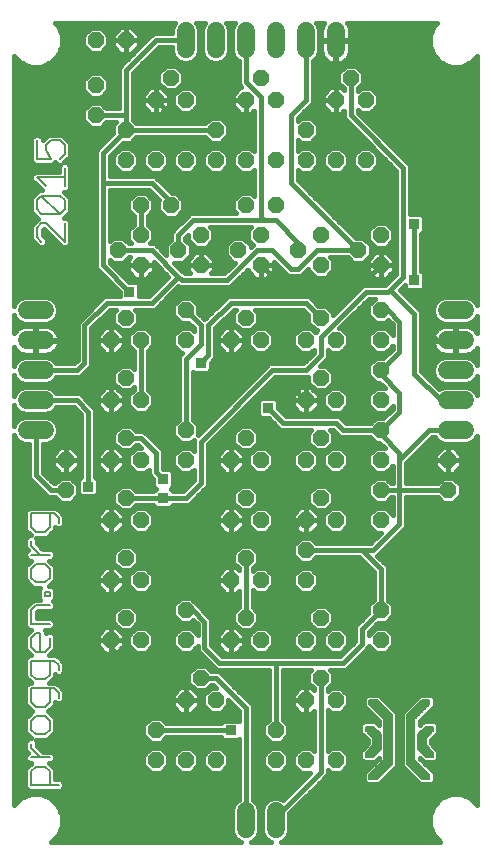
<source format=gtl>
G75*
%MOIN*%
%OFA0B0*%
%FSLAX25Y25*%
%IPPOS*%
%LPD*%
%AMOC8*
5,1,8,0,0,1.08239X$1,22.5*
%
%ADD10C,0.00800*%
%ADD11C,0.06000*%
%ADD12OC8,0.05200*%
%ADD13C,0.00500*%
%ADD14R,0.02500X0.05000*%
%ADD15C,0.01600*%
%ADD16R,0.03562X0.03562*%
D10*
X0009461Y0022787D02*
X0009461Y0027391D01*
X0010996Y0028925D01*
X0014065Y0028925D01*
X0015600Y0027391D01*
X0015600Y0022787D01*
X0018669Y0022787D02*
X0009461Y0022787D01*
X0009461Y0031995D02*
X0015600Y0031995D01*
X0012531Y0031995D02*
X0009461Y0035064D01*
X0009461Y0036598D01*
X0010996Y0039668D02*
X0009461Y0041202D01*
X0009461Y0044272D01*
X0010996Y0045806D01*
X0014065Y0045806D01*
X0015600Y0044272D01*
X0015600Y0041202D01*
X0014065Y0039668D01*
X0010996Y0039668D01*
X0010996Y0048876D02*
X0009461Y0050410D01*
X0009461Y0055014D01*
X0017135Y0055014D01*
X0018669Y0053480D01*
X0018669Y0051945D01*
X0015600Y0050410D02*
X0015600Y0055014D01*
X0014065Y0058083D02*
X0015600Y0059618D01*
X0015600Y0064222D01*
X0017135Y0064222D02*
X0009461Y0064222D01*
X0009461Y0059618D01*
X0010996Y0058083D01*
X0014065Y0058083D01*
X0018669Y0062687D02*
X0017135Y0064222D01*
X0018669Y0062687D02*
X0018669Y0061153D01*
X0014065Y0067291D02*
X0015600Y0068826D01*
X0015600Y0071895D01*
X0012531Y0073430D02*
X0012531Y0067291D01*
X0014065Y0067291D02*
X0010996Y0067291D01*
X0009461Y0068826D01*
X0009461Y0071895D01*
X0010996Y0073430D01*
X0012531Y0073430D01*
X0015600Y0076499D02*
X0009461Y0076499D01*
X0009461Y0081103D01*
X0010996Y0082638D01*
X0015600Y0082638D01*
X0015600Y0085707D02*
X0014065Y0085707D01*
X0014065Y0087242D01*
X0015600Y0087242D01*
X0015600Y0085707D01*
X0014065Y0090311D02*
X0015600Y0091846D01*
X0015600Y0094915D01*
X0014065Y0096450D01*
X0010996Y0096450D01*
X0009461Y0094915D01*
X0009461Y0091846D01*
X0010996Y0090311D01*
X0014065Y0090311D01*
X0012531Y0099519D02*
X0009461Y0102588D01*
X0009461Y0104123D01*
X0009461Y0099519D02*
X0015600Y0099519D01*
X0014065Y0107192D02*
X0010996Y0107192D01*
X0009461Y0108727D01*
X0009461Y0113331D01*
X0017135Y0113331D01*
X0018669Y0111796D01*
X0018669Y0110261D01*
X0015600Y0108727D02*
X0015600Y0113331D01*
X0015600Y0108727D02*
X0014065Y0107192D01*
X0015600Y0050410D02*
X0014065Y0048876D01*
X0010996Y0048876D01*
X0012927Y0203900D02*
X0011392Y0205435D01*
X0011392Y0208504D01*
X0012927Y0210039D01*
X0014461Y0210039D01*
X0020600Y0203900D01*
X0020600Y0210039D01*
X0019065Y0213108D02*
X0012927Y0219246D01*
X0019065Y0219246D01*
X0020600Y0217712D01*
X0020600Y0214642D01*
X0019065Y0213108D01*
X0012927Y0213108D01*
X0011392Y0214642D01*
X0011392Y0217712D01*
X0012927Y0219246D01*
X0014461Y0222316D02*
X0011392Y0225385D01*
X0020600Y0225385D01*
X0020600Y0222316D02*
X0020600Y0228454D01*
X0019065Y0231524D02*
X0020600Y0233058D01*
X0020600Y0236128D01*
X0019065Y0237662D01*
X0015996Y0237662D01*
X0014461Y0236128D01*
X0014461Y0234593D01*
X0015996Y0231524D01*
X0011392Y0231524D01*
X0011392Y0237662D01*
D11*
X0014000Y0181000D02*
X0008000Y0181000D01*
X0008000Y0171000D02*
X0014000Y0171000D01*
X0014000Y0161000D02*
X0008000Y0161000D01*
X0008000Y0151000D02*
X0014000Y0151000D01*
X0014000Y0141000D02*
X0008000Y0141000D01*
X0061000Y0268000D02*
X0061000Y0274000D01*
X0071000Y0274000D02*
X0071000Y0268000D01*
X0081000Y0268000D02*
X0081000Y0274000D01*
X0091000Y0274000D02*
X0091000Y0268000D01*
X0101000Y0268000D02*
X0101000Y0274000D01*
X0111000Y0274000D02*
X0111000Y0268000D01*
X0148000Y0181000D02*
X0154000Y0181000D01*
X0154000Y0171000D02*
X0148000Y0171000D01*
X0148000Y0161000D02*
X0154000Y0161000D01*
X0154000Y0151000D02*
X0148000Y0151000D01*
X0148000Y0141000D02*
X0154000Y0141000D01*
X0091000Y0014000D02*
X0091000Y0008000D01*
X0081000Y0008000D02*
X0081000Y0014000D01*
D12*
X0071000Y0031000D03*
X0061000Y0031000D03*
X0051000Y0031000D03*
X0051000Y0041000D03*
X0061000Y0051000D03*
X0066000Y0058500D03*
X0071000Y0051000D03*
X0076000Y0071000D03*
X0081000Y0078500D03*
X0086000Y0071000D03*
X0086000Y0091000D03*
X0081000Y0098500D03*
X0076000Y0091000D03*
X0076000Y0111000D03*
X0081000Y0118500D03*
X0086000Y0111000D03*
X0086000Y0131000D03*
X0081000Y0138500D03*
X0076000Y0131000D03*
X0061000Y0131000D03*
X0061000Y0141000D03*
X0046000Y0131000D03*
X0041000Y0138500D03*
X0036000Y0131000D03*
X0041000Y0118500D03*
X0036000Y0111000D03*
X0041000Y0098500D03*
X0036000Y0091000D03*
X0041000Y0078500D03*
X0036000Y0071000D03*
X0046000Y0071000D03*
X0046000Y0091000D03*
X0046000Y0111000D03*
X0061000Y0081000D03*
X0061000Y0071000D03*
X0091000Y0041000D03*
X0091000Y0031000D03*
X0101000Y0031000D03*
X0111000Y0031000D03*
X0111000Y0051000D03*
X0106000Y0058500D03*
X0101000Y0051000D03*
X0101000Y0071000D03*
X0106000Y0078500D03*
X0111000Y0071000D03*
X0101000Y0091000D03*
X0101000Y0101000D03*
X0101000Y0111000D03*
X0106000Y0118500D03*
X0111000Y0111000D03*
X0111000Y0131000D03*
X0106000Y0138500D03*
X0101000Y0131000D03*
X0101000Y0151000D03*
X0106000Y0158500D03*
X0111000Y0151000D03*
X0111000Y0171000D03*
X0106000Y0178500D03*
X0101000Y0171000D03*
X0086000Y0171000D03*
X0081000Y0178500D03*
X0076000Y0171000D03*
X0061000Y0171000D03*
X0061000Y0181000D03*
X0066000Y0196000D03*
X0058500Y0201000D03*
X0066000Y0206000D03*
X0056000Y0216000D03*
X0046000Y0216000D03*
X0046000Y0206000D03*
X0038500Y0201000D03*
X0046000Y0196000D03*
X0041000Y0178500D03*
X0036000Y0171000D03*
X0041000Y0158500D03*
X0036000Y0151000D03*
X0046000Y0151000D03*
X0046000Y0171000D03*
X0021000Y0131000D03*
X0021000Y0121000D03*
X0078500Y0201000D03*
X0086000Y0196000D03*
X0086000Y0206000D03*
X0081000Y0216000D03*
X0091000Y0216000D03*
X0098500Y0201000D03*
X0106000Y0196000D03*
X0106000Y0206000D03*
X0118500Y0201000D03*
X0126000Y0196000D03*
X0126000Y0206000D03*
X0126000Y0181000D03*
X0126000Y0171000D03*
X0126000Y0161000D03*
X0126000Y0151000D03*
X0126000Y0141000D03*
X0126000Y0131000D03*
X0126000Y0121000D03*
X0126000Y0111000D03*
X0126000Y0081000D03*
X0126000Y0071000D03*
X0148500Y0121000D03*
X0148500Y0131000D03*
X0121000Y0231000D03*
X0111000Y0231000D03*
X0101000Y0231000D03*
X0101000Y0241000D03*
X0091000Y0231000D03*
X0081000Y0231000D03*
X0071000Y0231000D03*
X0071000Y0241000D03*
X0061000Y0231000D03*
X0051000Y0231000D03*
X0041000Y0231000D03*
X0041000Y0241000D03*
X0031000Y0246000D03*
X0031000Y0256000D03*
X0031000Y0271000D03*
X0041000Y0271000D03*
X0051000Y0251000D03*
X0056000Y0258500D03*
X0061000Y0251000D03*
X0081000Y0251000D03*
X0086000Y0258500D03*
X0091000Y0251000D03*
X0111000Y0251000D03*
X0116000Y0258500D03*
X0121000Y0251000D03*
D13*
X0122250Y0051000D02*
X0122250Y0049750D01*
X0127250Y0044750D01*
X0127250Y0031000D01*
X0122250Y0026000D01*
X0122250Y0024750D01*
X0124750Y0024750D01*
X0129750Y0029750D01*
X0129750Y0046000D01*
X0124750Y0051000D01*
X0122250Y0051000D01*
X0122250Y0050747D02*
X0125003Y0050747D01*
X0125502Y0050248D02*
X0122250Y0050248D01*
X0122250Y0049750D02*
X0126000Y0049750D01*
X0126499Y0049251D02*
X0122749Y0049251D01*
X0123247Y0048753D02*
X0126997Y0048753D01*
X0127496Y0048254D02*
X0123746Y0048254D01*
X0124244Y0047756D02*
X0127994Y0047756D01*
X0128493Y0047257D02*
X0124743Y0047257D01*
X0125241Y0046759D02*
X0128991Y0046759D01*
X0129490Y0046260D02*
X0125740Y0046260D01*
X0126238Y0045762D02*
X0129750Y0045762D01*
X0129750Y0045263D02*
X0126737Y0045263D01*
X0127235Y0044765D02*
X0129750Y0044765D01*
X0129750Y0044266D02*
X0127250Y0044266D01*
X0127250Y0043768D02*
X0129750Y0043768D01*
X0129750Y0043269D02*
X0127250Y0043269D01*
X0127250Y0042771D02*
X0129750Y0042771D01*
X0129750Y0042272D02*
X0127250Y0042272D01*
X0127250Y0041774D02*
X0129750Y0041774D01*
X0129750Y0041275D02*
X0127250Y0041275D01*
X0127250Y0040777D02*
X0129750Y0040777D01*
X0129750Y0040278D02*
X0127250Y0040278D01*
X0127250Y0039780D02*
X0129750Y0039780D01*
X0129750Y0039281D02*
X0127250Y0039281D01*
X0127250Y0038783D02*
X0129750Y0038783D01*
X0129750Y0038284D02*
X0127250Y0038284D01*
X0127250Y0037786D02*
X0129750Y0037786D01*
X0129750Y0037287D02*
X0127250Y0037287D01*
X0127250Y0036789D02*
X0129750Y0036789D01*
X0129750Y0036290D02*
X0127250Y0036290D01*
X0127250Y0035792D02*
X0129750Y0035792D01*
X0129750Y0035293D02*
X0127250Y0035293D01*
X0127250Y0034795D02*
X0129750Y0034795D01*
X0129750Y0034296D02*
X0127250Y0034296D01*
X0127250Y0033798D02*
X0129750Y0033798D01*
X0129750Y0033299D02*
X0127250Y0033299D01*
X0127250Y0032801D02*
X0129750Y0032801D01*
X0129750Y0032302D02*
X0127250Y0032302D01*
X0127250Y0031803D02*
X0129750Y0031803D01*
X0129750Y0031305D02*
X0127250Y0031305D01*
X0127056Y0030806D02*
X0129750Y0030806D01*
X0129750Y0030308D02*
X0126558Y0030308D01*
X0126059Y0029809D02*
X0129750Y0029809D01*
X0129311Y0029311D02*
X0125561Y0029311D01*
X0125062Y0028812D02*
X0128812Y0028812D01*
X0128314Y0028314D02*
X0124564Y0028314D01*
X0124065Y0027815D02*
X0127815Y0027815D01*
X0127317Y0027317D02*
X0123567Y0027317D01*
X0123068Y0026818D02*
X0126818Y0026818D01*
X0126320Y0026320D02*
X0122570Y0026320D01*
X0122250Y0025821D02*
X0125821Y0025821D01*
X0125323Y0025323D02*
X0122250Y0025323D01*
X0122250Y0024824D02*
X0124824Y0024824D01*
X0123500Y0032250D02*
X0121000Y0032250D01*
X0121000Y0033500D01*
X0123500Y0036000D01*
X0123500Y0038500D01*
X0121000Y0041000D01*
X0121000Y0042250D01*
X0123500Y0042250D01*
X0126000Y0039750D01*
X0126000Y0034750D01*
X0123500Y0032250D01*
X0123552Y0032302D02*
X0121000Y0032302D01*
X0121000Y0032801D02*
X0124051Y0032801D01*
X0124549Y0033299D02*
X0121000Y0033299D01*
X0121298Y0033798D02*
X0125048Y0033798D01*
X0125546Y0034296D02*
X0121796Y0034296D01*
X0122295Y0034795D02*
X0126000Y0034795D01*
X0126000Y0035293D02*
X0122793Y0035293D01*
X0123292Y0035792D02*
X0126000Y0035792D01*
X0126000Y0036290D02*
X0123500Y0036290D01*
X0123500Y0036789D02*
X0126000Y0036789D01*
X0126000Y0037287D02*
X0123500Y0037287D01*
X0123500Y0037786D02*
X0126000Y0037786D01*
X0126000Y0038284D02*
X0123500Y0038284D01*
X0123217Y0038783D02*
X0126000Y0038783D01*
X0126000Y0039281D02*
X0122719Y0039281D01*
X0122220Y0039780D02*
X0125970Y0039780D01*
X0125472Y0040278D02*
X0121722Y0040278D01*
X0121223Y0040777D02*
X0124973Y0040777D01*
X0124475Y0041275D02*
X0121000Y0041275D01*
X0121000Y0041774D02*
X0123976Y0041774D01*
X0134750Y0041774D02*
X0137250Y0041774D01*
X0137250Y0042272D02*
X0134750Y0042272D01*
X0134750Y0042771D02*
X0137250Y0042771D01*
X0137250Y0043269D02*
X0134750Y0043269D01*
X0134750Y0043768D02*
X0137250Y0043768D01*
X0137250Y0044266D02*
X0134750Y0044266D01*
X0134750Y0044765D02*
X0137265Y0044765D01*
X0137250Y0044750D02*
X0137250Y0031000D01*
X0142250Y0026000D01*
X0142250Y0024750D01*
X0139750Y0024750D01*
X0134750Y0029750D01*
X0134750Y0046000D01*
X0139750Y0051000D01*
X0142250Y0051000D01*
X0142250Y0049750D01*
X0137250Y0044750D01*
X0137763Y0045263D02*
X0134750Y0045263D01*
X0134750Y0045762D02*
X0138262Y0045762D01*
X0138760Y0046260D02*
X0135010Y0046260D01*
X0135509Y0046759D02*
X0139259Y0046759D01*
X0139757Y0047257D02*
X0136007Y0047257D01*
X0136506Y0047756D02*
X0140256Y0047756D01*
X0140754Y0048254D02*
X0137004Y0048254D01*
X0137503Y0048753D02*
X0141253Y0048753D01*
X0141751Y0049251D02*
X0138001Y0049251D01*
X0138500Y0049750D02*
X0142250Y0049750D01*
X0142250Y0050248D02*
X0138998Y0050248D01*
X0139497Y0050747D02*
X0142250Y0050747D01*
X0141000Y0042250D02*
X0143500Y0042250D01*
X0143500Y0041000D01*
X0141000Y0038500D01*
X0141000Y0036000D01*
X0143500Y0033500D01*
X0143500Y0032250D01*
X0141000Y0032250D01*
X0138500Y0034750D01*
X0138500Y0039750D01*
X0141000Y0042250D01*
X0140524Y0041774D02*
X0143500Y0041774D01*
X0143500Y0041275D02*
X0140025Y0041275D01*
X0139527Y0040777D02*
X0143277Y0040777D01*
X0142778Y0040278D02*
X0139028Y0040278D01*
X0138530Y0039780D02*
X0142280Y0039780D01*
X0141781Y0039281D02*
X0138500Y0039281D01*
X0138500Y0038783D02*
X0141283Y0038783D01*
X0141000Y0038284D02*
X0138500Y0038284D01*
X0138500Y0037786D02*
X0141000Y0037786D01*
X0141000Y0037287D02*
X0138500Y0037287D01*
X0138500Y0036789D02*
X0141000Y0036789D01*
X0141000Y0036290D02*
X0138500Y0036290D01*
X0138500Y0035792D02*
X0141208Y0035792D01*
X0141707Y0035293D02*
X0138500Y0035293D01*
X0138500Y0034795D02*
X0142205Y0034795D01*
X0142704Y0034296D02*
X0138954Y0034296D01*
X0139452Y0033798D02*
X0143202Y0033798D01*
X0143500Y0033299D02*
X0139951Y0033299D01*
X0140449Y0032801D02*
X0143500Y0032801D01*
X0143500Y0032302D02*
X0140948Y0032302D01*
X0139438Y0028812D02*
X0135688Y0028812D01*
X0136186Y0028314D02*
X0139936Y0028314D01*
X0140435Y0027815D02*
X0136685Y0027815D01*
X0137183Y0027317D02*
X0140933Y0027317D01*
X0141432Y0026818D02*
X0137682Y0026818D01*
X0138180Y0026320D02*
X0141930Y0026320D01*
X0142250Y0025821D02*
X0138679Y0025821D01*
X0139177Y0025323D02*
X0142250Y0025323D01*
X0142250Y0024824D02*
X0139676Y0024824D01*
X0138939Y0029311D02*
X0135189Y0029311D01*
X0134750Y0029809D02*
X0138441Y0029809D01*
X0137942Y0030308D02*
X0134750Y0030308D01*
X0134750Y0030806D02*
X0137444Y0030806D01*
X0137250Y0031305D02*
X0134750Y0031305D01*
X0134750Y0031803D02*
X0137250Y0031803D01*
X0137250Y0032302D02*
X0134750Y0032302D01*
X0134750Y0032801D02*
X0137250Y0032801D01*
X0137250Y0033299D02*
X0134750Y0033299D01*
X0134750Y0033798D02*
X0137250Y0033798D01*
X0137250Y0034296D02*
X0134750Y0034296D01*
X0134750Y0034795D02*
X0137250Y0034795D01*
X0137250Y0035293D02*
X0134750Y0035293D01*
X0134750Y0035792D02*
X0137250Y0035792D01*
X0137250Y0036290D02*
X0134750Y0036290D01*
X0134750Y0036789D02*
X0137250Y0036789D01*
X0137250Y0037287D02*
X0134750Y0037287D01*
X0134750Y0037786D02*
X0137250Y0037786D01*
X0137250Y0038284D02*
X0134750Y0038284D01*
X0134750Y0038783D02*
X0137250Y0038783D01*
X0137250Y0039281D02*
X0134750Y0039281D01*
X0134750Y0039780D02*
X0137250Y0039780D01*
X0137250Y0040278D02*
X0134750Y0040278D01*
X0134750Y0040777D02*
X0137250Y0040777D01*
X0137250Y0041275D02*
X0134750Y0041275D01*
D14*
X0128500Y0037250D03*
D15*
X0003800Y0016111D02*
X0003800Y0139381D01*
X0004185Y0138451D01*
X0005451Y0137185D01*
X0007105Y0136500D01*
X0008700Y0136500D01*
X0008700Y0125047D01*
X0010047Y0123700D01*
X0015047Y0118700D01*
X0017502Y0118700D01*
X0019302Y0116900D01*
X0022698Y0116900D01*
X0025100Y0119302D01*
X0025100Y0122698D01*
X0022698Y0125100D01*
X0019302Y0125100D01*
X0017502Y0123300D01*
X0016953Y0123300D01*
X0013300Y0126953D01*
X0013300Y0136500D01*
X0014895Y0136500D01*
X0016549Y0137185D01*
X0017815Y0138451D01*
X0018500Y0140105D01*
X0018500Y0141895D01*
X0017815Y0143549D01*
X0016549Y0144815D01*
X0014895Y0145500D01*
X0007105Y0145500D01*
X0005451Y0144815D01*
X0004185Y0143549D01*
X0003800Y0142619D01*
X0003800Y0149381D01*
X0004185Y0148451D01*
X0005451Y0147185D01*
X0007105Y0146500D01*
X0014895Y0146500D01*
X0016549Y0147185D01*
X0017815Y0148451D01*
X0017918Y0148700D01*
X0023797Y0148700D01*
X0026200Y0146297D01*
X0026200Y0125531D01*
X0026098Y0125531D01*
X0025219Y0124652D01*
X0025219Y0119848D01*
X0026098Y0118969D01*
X0030902Y0118969D01*
X0031781Y0119848D01*
X0031781Y0124652D01*
X0030902Y0125531D01*
X0030800Y0125531D01*
X0030800Y0148203D01*
X0029453Y0149550D01*
X0025703Y0153300D01*
X0017918Y0153300D01*
X0017815Y0153549D01*
X0016549Y0154815D01*
X0014895Y0155500D01*
X0007105Y0155500D01*
X0005451Y0154815D01*
X0004185Y0153549D01*
X0003800Y0152619D01*
X0003800Y0159381D01*
X0004185Y0158451D01*
X0005451Y0157185D01*
X0007105Y0156500D01*
X0014895Y0156500D01*
X0016549Y0157185D01*
X0017815Y0158451D01*
X0017918Y0158700D01*
X0025703Y0158700D01*
X0028203Y0161200D01*
X0029550Y0162547D01*
X0029550Y0175047D01*
X0035703Y0181200D01*
X0037902Y0181200D01*
X0036900Y0180198D01*
X0036900Y0176802D01*
X0039302Y0174400D01*
X0042698Y0174400D01*
X0045100Y0176802D01*
X0045100Y0180198D01*
X0044098Y0181200D01*
X0050703Y0181200D01*
X0058500Y0188997D01*
X0058797Y0188700D01*
X0075703Y0188700D01*
X0077050Y0190047D01*
X0077050Y0190047D01*
X0081600Y0194597D01*
X0081600Y0194177D01*
X0084177Y0191600D01*
X0086000Y0191600D01*
X0087823Y0191600D01*
X0090400Y0194177D01*
X0090400Y0196000D01*
X0090400Y0197097D01*
X0093700Y0193797D01*
X0095047Y0192450D01*
X0099453Y0192450D01*
X0101900Y0194897D01*
X0101900Y0194302D01*
X0104302Y0191900D01*
X0107698Y0191900D01*
X0110100Y0194302D01*
X0110100Y0197698D01*
X0109098Y0198700D01*
X0115002Y0198700D01*
X0116802Y0196900D01*
X0120198Y0196900D01*
X0122600Y0199302D01*
X0122600Y0202698D01*
X0120198Y0205100D01*
X0117653Y0205100D01*
X0098300Y0224453D01*
X0098300Y0227902D01*
X0099302Y0226900D01*
X0102698Y0226900D01*
X0105100Y0229302D01*
X0105100Y0232698D01*
X0102698Y0235100D01*
X0099302Y0235100D01*
X0098300Y0234098D01*
X0098300Y0237902D01*
X0099302Y0236900D01*
X0102698Y0236900D01*
X0105100Y0239302D01*
X0105100Y0242698D01*
X0102698Y0245100D01*
X0099302Y0245100D01*
X0098300Y0244098D01*
X0098300Y0245047D01*
X0103300Y0250047D01*
X0103300Y0264082D01*
X0103549Y0264185D01*
X0104815Y0265451D01*
X0105500Y0267105D01*
X0105500Y0274895D01*
X0104815Y0276549D01*
X0104453Y0276911D01*
X0107182Y0276911D01*
X0106895Y0276516D01*
X0106552Y0275843D01*
X0106318Y0275124D01*
X0106200Y0274378D01*
X0106200Y0271200D01*
X0110800Y0271200D01*
X0110800Y0270800D01*
X0111200Y0270800D01*
X0111200Y0271200D01*
X0115800Y0271200D01*
X0115800Y0274378D01*
X0115682Y0275124D01*
X0115448Y0275843D01*
X0115105Y0276516D01*
X0114818Y0276911D01*
X0144599Y0276911D01*
X0143620Y0275931D01*
X0142294Y0272732D01*
X0142294Y0269268D01*
X0143620Y0266069D01*
X0146069Y0263620D01*
X0149268Y0262294D01*
X0152732Y0262294D01*
X0155931Y0263620D01*
X0158151Y0265839D01*
X0158151Y0182738D01*
X0157815Y0183549D01*
X0156549Y0184815D01*
X0154895Y0185500D01*
X0147105Y0185500D01*
X0145451Y0184815D01*
X0144185Y0183549D01*
X0143500Y0181895D01*
X0143500Y0180105D01*
X0144185Y0178451D01*
X0145451Y0177185D01*
X0147105Y0176500D01*
X0154895Y0176500D01*
X0156549Y0177185D01*
X0157815Y0178451D01*
X0158151Y0179262D01*
X0158151Y0173426D01*
X0158105Y0173516D01*
X0157661Y0174127D01*
X0157127Y0174661D01*
X0156516Y0175105D01*
X0155843Y0175448D01*
X0155124Y0175682D01*
X0154378Y0175800D01*
X0151200Y0175800D01*
X0151200Y0171200D01*
X0150800Y0171200D01*
X0150800Y0175800D01*
X0147622Y0175800D01*
X0146876Y0175682D01*
X0146157Y0175448D01*
X0145484Y0175105D01*
X0144873Y0174661D01*
X0144339Y0174127D01*
X0143895Y0173516D01*
X0143552Y0172843D01*
X0143318Y0172124D01*
X0143200Y0171378D01*
X0143200Y0171200D01*
X0150800Y0171200D01*
X0150800Y0170800D01*
X0151200Y0170800D01*
X0151200Y0166200D01*
X0154378Y0166200D01*
X0155124Y0166318D01*
X0155843Y0166552D01*
X0156516Y0166895D01*
X0157127Y0167339D01*
X0157661Y0167873D01*
X0158105Y0168484D01*
X0158151Y0168574D01*
X0158151Y0162738D01*
X0157815Y0163549D01*
X0156549Y0164815D01*
X0154895Y0165500D01*
X0147105Y0165500D01*
X0145451Y0164815D01*
X0144185Y0163549D01*
X0143500Y0161895D01*
X0143500Y0160105D01*
X0144185Y0158451D01*
X0145451Y0157185D01*
X0147105Y0156500D01*
X0154895Y0156500D01*
X0156549Y0157185D01*
X0157815Y0158451D01*
X0158151Y0159262D01*
X0158151Y0152738D01*
X0157815Y0153549D01*
X0156549Y0154815D01*
X0154895Y0155500D01*
X0147105Y0155500D01*
X0145451Y0154815D01*
X0145444Y0154808D01*
X0139550Y0160703D01*
X0139550Y0180703D01*
X0132378Y0187875D01*
X0133969Y0189466D01*
X0133969Y0188598D01*
X0134848Y0187719D01*
X0139652Y0187719D01*
X0140531Y0188598D01*
X0140531Y0193402D01*
X0139652Y0194281D01*
X0139550Y0194281D01*
X0139550Y0206469D01*
X0139652Y0206469D01*
X0140531Y0207348D01*
X0140531Y0212152D01*
X0139652Y0213031D01*
X0135800Y0213031D01*
X0135800Y0229453D01*
X0118300Y0246953D01*
X0118300Y0247902D01*
X0119302Y0246900D01*
X0122698Y0246900D01*
X0125100Y0249302D01*
X0125100Y0252698D01*
X0122698Y0255100D01*
X0119302Y0255100D01*
X0118300Y0254098D01*
X0118300Y0255002D01*
X0120100Y0256802D01*
X0120100Y0260198D01*
X0117698Y0262600D01*
X0114302Y0262600D01*
X0111900Y0260198D01*
X0111900Y0256802D01*
X0113700Y0255002D01*
X0113700Y0254523D01*
X0112823Y0255400D01*
X0111000Y0255400D01*
X0111000Y0251000D01*
X0111000Y0242250D01*
X0116000Y0237250D01*
X0116000Y0209750D01*
X0126000Y0199750D01*
X0126000Y0196000D01*
X0121000Y0191000D01*
X0091000Y0191000D01*
X0086000Y0196000D01*
X0090400Y0196000D01*
X0086000Y0196000D01*
X0086000Y0196000D01*
X0086000Y0191600D01*
X0086000Y0196000D01*
X0086000Y0196000D01*
X0086000Y0194587D02*
X0086000Y0194587D01*
X0086000Y0192989D02*
X0086000Y0192989D01*
X0089211Y0192989D02*
X0094509Y0192989D01*
X0092910Y0194587D02*
X0090400Y0194587D01*
X0090400Y0196186D02*
X0091312Y0196186D01*
X0096000Y0194750D02*
X0089750Y0201000D01*
X0084750Y0201000D01*
X0074750Y0191000D01*
X0059750Y0191000D01*
X0058500Y0192250D01*
X0049750Y0183500D01*
X0034750Y0183500D01*
X0027250Y0176000D01*
X0027250Y0163500D01*
X0024750Y0161000D01*
X0011000Y0161000D01*
X0010800Y0166200D02*
X0007622Y0166200D01*
X0006876Y0166318D01*
X0006157Y0166552D01*
X0005484Y0166895D01*
X0004873Y0167339D01*
X0004339Y0167873D01*
X0003895Y0168484D01*
X0003800Y0168670D01*
X0003800Y0162619D01*
X0004185Y0163549D01*
X0005451Y0164815D01*
X0007105Y0165500D01*
X0014895Y0165500D01*
X0016549Y0164815D01*
X0017815Y0163549D01*
X0017918Y0163300D01*
X0023797Y0163300D01*
X0024950Y0164453D01*
X0024950Y0175047D01*
X0024950Y0176953D01*
X0033797Y0185800D01*
X0038969Y0185800D01*
X0038969Y0187278D01*
X0031200Y0195047D01*
X0031200Y0234453D01*
X0036900Y0240153D01*
X0036900Y0242698D01*
X0037902Y0243700D01*
X0034498Y0243700D01*
X0032698Y0241900D01*
X0029302Y0241900D01*
X0026900Y0244302D01*
X0026900Y0247698D01*
X0029302Y0250100D01*
X0032698Y0250100D01*
X0034498Y0248300D01*
X0038700Y0248300D01*
X0038700Y0261953D01*
X0040047Y0263300D01*
X0050047Y0273300D01*
X0056500Y0273300D01*
X0056500Y0274895D01*
X0057185Y0276549D01*
X0057547Y0276911D01*
X0017401Y0276911D01*
X0018380Y0275931D01*
X0019705Y0272732D01*
X0019705Y0269268D01*
X0018380Y0266069D01*
X0015931Y0263620D01*
X0012732Y0262294D01*
X0009268Y0262294D01*
X0006069Y0263620D01*
X0003800Y0265889D01*
X0003800Y0182619D01*
X0004185Y0183549D01*
X0005451Y0184815D01*
X0007105Y0185500D01*
X0014895Y0185500D01*
X0016549Y0184815D01*
X0017815Y0183549D01*
X0018500Y0181895D01*
X0018500Y0180105D01*
X0017815Y0178451D01*
X0016549Y0177185D01*
X0014895Y0176500D01*
X0007105Y0176500D01*
X0005451Y0177185D01*
X0004185Y0178451D01*
X0003800Y0179381D01*
X0003800Y0173330D01*
X0003895Y0173516D01*
X0004339Y0174127D01*
X0004873Y0174661D01*
X0005484Y0175105D01*
X0006157Y0175448D01*
X0006876Y0175682D01*
X0007622Y0175800D01*
X0010800Y0175800D01*
X0010800Y0171200D01*
X0011200Y0171200D01*
X0011200Y0175800D01*
X0014378Y0175800D01*
X0015124Y0175682D01*
X0015843Y0175448D01*
X0016516Y0175105D01*
X0017127Y0174661D01*
X0017661Y0174127D01*
X0018105Y0173516D01*
X0018448Y0172843D01*
X0018682Y0172124D01*
X0018800Y0171378D01*
X0018800Y0171200D01*
X0011200Y0171200D01*
X0011200Y0170800D01*
X0018800Y0170800D01*
X0018800Y0170622D01*
X0018682Y0169876D01*
X0018448Y0169157D01*
X0018105Y0168484D01*
X0017661Y0167873D01*
X0017127Y0167339D01*
X0016516Y0166895D01*
X0015843Y0166552D01*
X0015124Y0166318D01*
X0014378Y0166200D01*
X0011200Y0166200D01*
X0011200Y0170800D01*
X0010800Y0170800D01*
X0010800Y0166200D01*
X0010800Y0167412D02*
X0011200Y0167412D01*
X0011200Y0169011D02*
X0010800Y0169011D01*
X0010800Y0170609D02*
X0011200Y0170609D01*
X0011200Y0172208D02*
X0010800Y0172208D01*
X0010800Y0173806D02*
X0011200Y0173806D01*
X0011200Y0175405D02*
X0010800Y0175405D01*
X0006072Y0175405D02*
X0003800Y0175405D01*
X0003800Y0177003D02*
X0005889Y0177003D01*
X0004123Y0178602D02*
X0003800Y0178602D01*
X0003800Y0173806D02*
X0004106Y0173806D01*
X0003800Y0167412D02*
X0004799Y0167412D01*
X0003800Y0165814D02*
X0024950Y0165814D01*
X0024950Y0167412D02*
X0017201Y0167412D01*
X0018374Y0169011D02*
X0024950Y0169011D01*
X0024950Y0170609D02*
X0018798Y0170609D01*
X0018655Y0172208D02*
X0024950Y0172208D01*
X0024950Y0173806D02*
X0017894Y0173806D01*
X0015928Y0175405D02*
X0024950Y0175405D01*
X0025001Y0177003D02*
X0016111Y0177003D01*
X0017877Y0178602D02*
X0026599Y0178602D01*
X0028198Y0180201D02*
X0018500Y0180201D01*
X0018500Y0181799D02*
X0029796Y0181799D01*
X0031395Y0183398D02*
X0017878Y0183398D01*
X0016112Y0184996D02*
X0032993Y0184996D01*
X0034703Y0180201D02*
X0036902Y0180201D01*
X0036900Y0178602D02*
X0033105Y0178602D01*
X0031506Y0177003D02*
X0036900Y0177003D01*
X0036000Y0175400D02*
X0037823Y0175400D01*
X0040400Y0172823D01*
X0040400Y0171000D01*
X0036000Y0171000D01*
X0036000Y0151000D01*
X0036000Y0131000D01*
X0036000Y0111000D01*
X0036000Y0091000D01*
X0036000Y0071000D01*
X0036000Y0068500D01*
X0053500Y0051000D01*
X0061000Y0051000D01*
X0065400Y0051000D01*
X0065400Y0052823D01*
X0062823Y0055400D01*
X0061000Y0055400D01*
X0061000Y0051000D01*
X0061000Y0051000D01*
X0061000Y0051000D01*
X0065400Y0051000D01*
X0065400Y0049177D01*
X0062823Y0046600D01*
X0061000Y0046600D01*
X0061000Y0051000D01*
X0061000Y0051000D01*
X0061000Y0051000D01*
X0056600Y0051000D01*
X0056600Y0052823D01*
X0059177Y0055400D01*
X0061000Y0055400D01*
X0061000Y0051000D01*
X0061000Y0046600D01*
X0059177Y0046600D01*
X0056600Y0049177D01*
X0056600Y0051000D01*
X0061000Y0051000D01*
X0061000Y0050721D02*
X0061000Y0050721D01*
X0061000Y0049123D02*
X0061000Y0049123D01*
X0061000Y0047524D02*
X0061000Y0047524D01*
X0058253Y0047524D02*
X0015401Y0047524D01*
X0015218Y0047341D02*
X0016387Y0048510D01*
X0017500Y0049623D01*
X0017500Y0050427D01*
X0017882Y0050045D01*
X0019456Y0050045D01*
X0020569Y0051158D01*
X0020569Y0054267D01*
X0019035Y0055801D01*
X0017922Y0056914D01*
X0015583Y0056914D01*
X0016387Y0057718D01*
X0017500Y0058831D01*
X0017500Y0059635D01*
X0017882Y0059253D01*
X0019456Y0059253D01*
X0020569Y0060366D01*
X0020569Y0063474D01*
X0019035Y0065009D01*
X0017922Y0066122D01*
X0015583Y0066122D01*
X0015965Y0066504D01*
X0017500Y0068039D01*
X0017500Y0069613D01*
X0017500Y0072682D01*
X0016387Y0073795D01*
X0014813Y0073795D01*
X0014431Y0073413D01*
X0014431Y0074217D01*
X0014048Y0074599D01*
X0016387Y0074599D01*
X0017500Y0075712D01*
X0017500Y0077286D01*
X0016387Y0078399D01*
X0011361Y0078399D01*
X0011361Y0080316D01*
X0011783Y0080738D01*
X0016387Y0080738D01*
X0017500Y0081851D01*
X0017500Y0083425D01*
X0016752Y0084172D01*
X0017500Y0084920D01*
X0017500Y0088029D01*
X0016387Y0089142D01*
X0015583Y0089142D01*
X0017500Y0091059D01*
X0017500Y0095702D01*
X0015583Y0097619D01*
X0016387Y0097619D01*
X0017500Y0098732D01*
X0017500Y0100306D01*
X0016387Y0101419D01*
X0013318Y0101419D01*
X0011361Y0103375D01*
X0011361Y0104910D01*
X0010979Y0105292D01*
X0014852Y0105292D01*
X0016387Y0106827D01*
X0017500Y0107940D01*
X0017500Y0108744D01*
X0017882Y0108361D01*
X0019456Y0108361D01*
X0020569Y0109474D01*
X0020569Y0112583D01*
X0019035Y0114118D01*
X0017922Y0115231D01*
X0008674Y0115231D01*
X0007561Y0114118D01*
X0007561Y0107940D01*
X0009478Y0106023D01*
X0008674Y0106023D01*
X0007561Y0104910D01*
X0007561Y0101801D01*
X0008309Y0101053D01*
X0007561Y0100306D01*
X0007561Y0098732D01*
X0008674Y0097619D01*
X0009478Y0097619D01*
X0008674Y0096815D01*
X0007561Y0095702D01*
X0007561Y0091059D01*
X0010190Y0088430D01*
X0010209Y0088411D01*
X0012548Y0088411D01*
X0012165Y0088029D01*
X0012165Y0084920D01*
X0012548Y0084538D01*
X0010209Y0084538D01*
X0009096Y0083425D01*
X0007561Y0081890D01*
X0007561Y0075712D01*
X0008674Y0074599D01*
X0009478Y0074599D01*
X0009096Y0074217D01*
X0007561Y0072682D01*
X0007561Y0068039D01*
X0009478Y0066122D01*
X0008674Y0066122D01*
X0007561Y0065009D01*
X0007561Y0058831D01*
X0008213Y0058180D01*
X0008674Y0057718D01*
X0008674Y0057718D01*
X0009478Y0056914D01*
X0008674Y0056914D01*
X0007561Y0055801D01*
X0007561Y0049623D01*
X0009844Y0047341D01*
X0008674Y0046172D01*
X0007561Y0045059D01*
X0007561Y0040415D01*
X0009478Y0038498D01*
X0008674Y0038498D01*
X0007561Y0037385D01*
X0007561Y0034277D01*
X0008309Y0033529D01*
X0007561Y0032782D01*
X0007561Y0031208D01*
X0008674Y0030095D01*
X0009478Y0030095D01*
X0009096Y0029712D01*
X0007561Y0028178D01*
X0007561Y0022000D01*
X0008674Y0020887D01*
X0019456Y0020887D01*
X0020569Y0022000D01*
X0020569Y0023574D01*
X0019456Y0024687D01*
X0017500Y0024687D01*
X0017500Y0028178D01*
X0017481Y0028197D01*
X0015583Y0030095D01*
X0016387Y0030095D01*
X0017500Y0031208D01*
X0017500Y0032782D01*
X0016387Y0033895D01*
X0013318Y0033895D01*
X0011361Y0035851D01*
X0011361Y0037385D01*
X0010979Y0037768D01*
X0014852Y0037768D01*
X0017500Y0040415D01*
X0017500Y0045059D01*
X0015218Y0047341D01*
X0016633Y0045926D02*
X0078700Y0045926D01*
X0078700Y0047524D02*
X0073322Y0047524D01*
X0072698Y0046900D02*
X0075100Y0049302D01*
X0075100Y0051147D01*
X0078700Y0047547D01*
X0078700Y0043984D01*
X0078402Y0044281D01*
X0073598Y0044281D01*
X0072719Y0043402D01*
X0072719Y0043300D01*
X0054498Y0043300D01*
X0052698Y0045100D01*
X0049302Y0045100D01*
X0046900Y0042698D01*
X0046900Y0039302D01*
X0049302Y0036900D01*
X0052698Y0036900D01*
X0054498Y0038700D01*
X0072719Y0038700D01*
X0072719Y0038598D01*
X0073598Y0037719D01*
X0078402Y0037719D01*
X0078700Y0038016D01*
X0078700Y0017918D01*
X0078451Y0017815D01*
X0077185Y0016549D01*
X0076500Y0014895D01*
X0076500Y0007105D01*
X0077185Y0005451D01*
X0078451Y0004185D01*
X0079381Y0003800D01*
X0016111Y0003800D01*
X0018380Y0006069D01*
X0019705Y0009268D01*
X0019705Y0012732D01*
X0018380Y0015931D01*
X0015931Y0018380D01*
X0012732Y0019705D01*
X0009268Y0019705D01*
X0006069Y0018380D01*
X0003800Y0016111D01*
X0003800Y0017152D02*
X0004841Y0017152D01*
X0003800Y0018751D02*
X0006964Y0018751D01*
X0007613Y0021948D02*
X0003800Y0021948D01*
X0003800Y0023546D02*
X0007561Y0023546D01*
X0007561Y0025145D02*
X0003800Y0025145D01*
X0003800Y0026743D02*
X0007561Y0026743D01*
X0007726Y0028342D02*
X0003800Y0028342D01*
X0003800Y0029940D02*
X0009324Y0029940D01*
X0007561Y0031539D02*
X0003800Y0031539D01*
X0003800Y0033137D02*
X0007917Y0033137D01*
X0007561Y0034736D02*
X0003800Y0034736D01*
X0003800Y0036334D02*
X0007561Y0036334D01*
X0008109Y0037933D02*
X0003800Y0037933D01*
X0003800Y0039532D02*
X0008445Y0039532D01*
X0007561Y0041130D02*
X0003800Y0041130D01*
X0003800Y0042729D02*
X0007561Y0042729D01*
X0007561Y0044327D02*
X0003800Y0044327D01*
X0003800Y0045926D02*
X0008428Y0045926D01*
X0009661Y0047524D02*
X0003800Y0047524D01*
X0003800Y0049123D02*
X0008062Y0049123D01*
X0007561Y0050721D02*
X0003800Y0050721D01*
X0003800Y0052320D02*
X0007561Y0052320D01*
X0007561Y0053918D02*
X0003800Y0053918D01*
X0003800Y0055517D02*
X0007561Y0055517D01*
X0009277Y0057115D02*
X0003800Y0057115D01*
X0003800Y0058714D02*
X0007679Y0058714D01*
X0007561Y0060312D02*
X0003800Y0060312D01*
X0003800Y0061911D02*
X0007561Y0061911D01*
X0007561Y0063509D02*
X0003800Y0063509D01*
X0003800Y0065108D02*
X0007660Y0065108D01*
X0008894Y0066706D02*
X0003800Y0066706D01*
X0003800Y0068305D02*
X0007561Y0068305D01*
X0007561Y0069903D02*
X0003800Y0069903D01*
X0003800Y0071502D02*
X0007561Y0071502D01*
X0007979Y0073100D02*
X0003800Y0073100D01*
X0003800Y0074699D02*
X0008575Y0074699D01*
X0007561Y0076297D02*
X0003800Y0076297D01*
X0003800Y0077896D02*
X0007561Y0077896D01*
X0007561Y0079494D02*
X0003800Y0079494D01*
X0003800Y0081093D02*
X0007561Y0081093D01*
X0008363Y0082691D02*
X0003800Y0082691D01*
X0003800Y0084290D02*
X0009961Y0084290D01*
X0012165Y0085888D02*
X0003800Y0085888D01*
X0003800Y0087487D02*
X0012165Y0087487D01*
X0009535Y0089085D02*
X0003800Y0089085D01*
X0003800Y0090684D02*
X0007936Y0090684D01*
X0007561Y0092282D02*
X0003800Y0092282D01*
X0003800Y0093881D02*
X0007561Y0093881D01*
X0007561Y0095479D02*
X0003800Y0095479D01*
X0003800Y0097078D02*
X0008937Y0097078D01*
X0007617Y0098676D02*
X0003800Y0098676D01*
X0003800Y0100275D02*
X0007561Y0100275D01*
X0007561Y0101873D02*
X0003800Y0101873D01*
X0003800Y0103472D02*
X0007561Y0103472D01*
X0007722Y0105070D02*
X0003800Y0105070D01*
X0003800Y0106669D02*
X0008832Y0106669D01*
X0007561Y0108268D02*
X0003800Y0108268D01*
X0003800Y0109866D02*
X0007561Y0109866D01*
X0007561Y0111465D02*
X0003800Y0111465D01*
X0003800Y0113063D02*
X0007561Y0113063D01*
X0008105Y0114662D02*
X0003800Y0114662D01*
X0003800Y0116260D02*
X0037442Y0116260D01*
X0036900Y0116802D02*
X0039302Y0114400D01*
X0042698Y0114400D01*
X0044498Y0116200D01*
X0050219Y0116200D01*
X0050219Y0116098D01*
X0051098Y0115219D01*
X0055902Y0115219D01*
X0056781Y0116098D01*
X0056781Y0116200D01*
X0061953Y0116200D01*
X0066953Y0121200D01*
X0068300Y0122547D01*
X0068300Y0136297D01*
X0090703Y0158700D01*
X0101900Y0158700D01*
X0101900Y0156802D01*
X0104302Y0154400D01*
X0107698Y0154400D01*
X0110100Y0156802D01*
X0110100Y0160198D01*
X0107698Y0162600D01*
X0105853Y0162600D01*
X0106953Y0163700D01*
X0108300Y0165047D01*
X0108300Y0167902D01*
X0109302Y0166900D01*
X0112698Y0166900D01*
X0115100Y0169302D01*
X0115100Y0172698D01*
X0112698Y0175100D01*
X0112103Y0175100D01*
X0121953Y0184950D01*
X0124152Y0184950D01*
X0121900Y0182698D01*
X0121900Y0179302D01*
X0124302Y0176900D01*
X0127698Y0176900D01*
X0128523Y0177725D01*
X0129950Y0176297D01*
X0129950Y0172848D01*
X0127698Y0175100D01*
X0124302Y0175100D01*
X0121900Y0172698D01*
X0121900Y0169302D01*
X0124302Y0166900D01*
X0127698Y0166900D01*
X0129950Y0169152D01*
X0129950Y0168203D01*
X0126847Y0165100D01*
X0124302Y0165100D01*
X0121900Y0162698D01*
X0121900Y0159302D01*
X0124302Y0156900D01*
X0125597Y0156900D01*
X0127397Y0155100D01*
X0124302Y0155100D01*
X0121900Y0152698D01*
X0121900Y0149302D01*
X0124302Y0146900D01*
X0127698Y0146900D01*
X0129950Y0149152D01*
X0129950Y0148203D01*
X0126847Y0145100D01*
X0124302Y0145100D01*
X0122502Y0143300D01*
X0114453Y0143300D01*
X0113300Y0144453D01*
X0111953Y0145800D01*
X0094453Y0145800D01*
X0091781Y0148472D01*
X0091781Y0150902D01*
X0090902Y0151781D01*
X0086098Y0151781D01*
X0085219Y0150902D01*
X0085219Y0146098D01*
X0086098Y0145219D01*
X0088528Y0145219D01*
X0092547Y0141200D01*
X0102902Y0141200D01*
X0101900Y0140198D01*
X0101900Y0136802D01*
X0104302Y0134400D01*
X0107698Y0134400D01*
X0110100Y0136802D01*
X0110100Y0140198D01*
X0109098Y0141200D01*
X0110047Y0141200D01*
X0112547Y0138700D01*
X0122502Y0138700D01*
X0124302Y0136900D01*
X0125597Y0136900D01*
X0127397Y0135100D01*
X0124302Y0135100D01*
X0121900Y0132698D01*
X0121900Y0129302D01*
X0124302Y0126900D01*
X0127698Y0126900D01*
X0129950Y0129152D01*
X0129950Y0123300D01*
X0129498Y0123300D01*
X0127698Y0125100D01*
X0124302Y0125100D01*
X0121900Y0122698D01*
X0121900Y0119302D01*
X0124302Y0116900D01*
X0127698Y0116900D01*
X0129498Y0118700D01*
X0129950Y0118700D01*
X0129950Y0112848D01*
X0127698Y0115100D01*
X0124302Y0115100D01*
X0121900Y0112698D01*
X0121900Y0109302D01*
X0124302Y0106900D01*
X0126147Y0106900D01*
X0122547Y0103300D01*
X0104498Y0103300D01*
X0102698Y0105100D01*
X0099302Y0105100D01*
X0096900Y0102698D01*
X0096900Y0099302D01*
X0099302Y0096900D01*
X0102698Y0096900D01*
X0104498Y0098700D01*
X0118797Y0098700D01*
X0123700Y0093797D01*
X0123700Y0084498D01*
X0121900Y0082698D01*
X0121900Y0080153D01*
X0117450Y0075703D01*
X0117450Y0070703D01*
X0112547Y0065800D01*
X0073203Y0065800D01*
X0069550Y0069453D01*
X0069550Y0078203D01*
X0068203Y0079550D01*
X0065100Y0082653D01*
X0065100Y0082698D01*
X0062698Y0085100D01*
X0059302Y0085100D01*
X0056900Y0082698D01*
X0056900Y0079302D01*
X0059302Y0076900D01*
X0062698Y0076900D01*
X0063523Y0077725D01*
X0064950Y0076297D01*
X0044596Y0076297D01*
X0045100Y0076802D02*
X0042698Y0074400D01*
X0039302Y0074400D01*
X0036900Y0076802D01*
X0036900Y0080198D01*
X0039302Y0082600D01*
X0042698Y0082600D01*
X0045100Y0080198D01*
X0045100Y0076802D01*
X0045100Y0077896D02*
X0058306Y0077896D01*
X0056900Y0079494D02*
X0045100Y0079494D01*
X0044205Y0081093D02*
X0056900Y0081093D01*
X0056900Y0082691D02*
X0017500Y0082691D01*
X0016870Y0084290D02*
X0058492Y0084290D01*
X0061000Y0081000D02*
X0063500Y0081000D01*
X0067250Y0077250D01*
X0067250Y0068500D01*
X0072250Y0063500D01*
X0091000Y0063500D01*
X0091000Y0041000D01*
X0088269Y0037933D02*
X0083300Y0037933D01*
X0083300Y0036334D02*
X0103700Y0036334D01*
X0102698Y0035100D02*
X0103700Y0034098D01*
X0103700Y0047477D01*
X0102823Y0046600D01*
X0101000Y0046600D01*
X0101000Y0051000D01*
X0101000Y0051000D01*
X0101000Y0055400D01*
X0102823Y0055400D01*
X0103700Y0054523D01*
X0103700Y0055002D01*
X0101900Y0056802D01*
X0101900Y0060198D01*
X0102902Y0061200D01*
X0093300Y0061200D01*
X0093300Y0044498D01*
X0095100Y0042698D01*
X0095100Y0039302D01*
X0092698Y0036900D01*
X0089302Y0036900D01*
X0086900Y0039302D01*
X0086900Y0042698D01*
X0088700Y0044498D01*
X0088700Y0061200D01*
X0071297Y0061200D01*
X0069950Y0062547D01*
X0064950Y0067547D01*
X0064950Y0069152D01*
X0062698Y0066900D01*
X0059302Y0066900D01*
X0056900Y0069302D01*
X0056900Y0072698D01*
X0059302Y0075100D01*
X0062698Y0075100D01*
X0064950Y0072848D01*
X0064950Y0076297D01*
X0064950Y0074699D02*
X0063099Y0074699D01*
X0064698Y0073100D02*
X0064950Y0073100D01*
X0064950Y0068305D02*
X0064103Y0068305D01*
X0065791Y0066706D02*
X0037929Y0066706D01*
X0037823Y0066600D02*
X0040400Y0069177D01*
X0040400Y0071000D01*
X0040400Y0072823D01*
X0037823Y0075400D01*
X0036000Y0075400D01*
X0036000Y0071000D01*
X0040400Y0071000D01*
X0036000Y0071000D01*
X0036000Y0071000D01*
X0036000Y0071000D01*
X0036000Y0066600D01*
X0037823Y0066600D01*
X0036000Y0066600D02*
X0036000Y0071000D01*
X0036000Y0071000D01*
X0036000Y0071000D01*
X0031600Y0071000D01*
X0031600Y0072823D01*
X0034177Y0075400D01*
X0036000Y0075400D01*
X0036000Y0071000D01*
X0031600Y0071000D01*
X0031600Y0069177D01*
X0034177Y0066600D01*
X0036000Y0066600D01*
X0036000Y0066706D02*
X0036000Y0066706D01*
X0036000Y0068305D02*
X0036000Y0068305D01*
X0036000Y0069903D02*
X0036000Y0069903D01*
X0036000Y0071502D02*
X0036000Y0071502D01*
X0036000Y0073100D02*
X0036000Y0073100D01*
X0036000Y0074699D02*
X0036000Y0074699D01*
X0037404Y0076297D02*
X0017500Y0076297D01*
X0016890Y0077896D02*
X0036900Y0077896D01*
X0036900Y0079494D02*
X0011361Y0079494D01*
X0016487Y0074699D02*
X0033476Y0074699D01*
X0031878Y0073100D02*
X0017082Y0073100D01*
X0017500Y0071502D02*
X0031600Y0071502D01*
X0031600Y0069903D02*
X0017500Y0069903D01*
X0017500Y0068305D02*
X0032473Y0068305D01*
X0034071Y0066706D02*
X0016167Y0066706D01*
X0018936Y0065108D02*
X0067390Y0065108D01*
X0068988Y0063509D02*
X0020534Y0063509D01*
X0020569Y0061911D02*
X0063612Y0061911D01*
X0064302Y0062600D02*
X0061900Y0060198D01*
X0061900Y0056802D01*
X0064302Y0054400D01*
X0067698Y0054400D01*
X0069498Y0056200D01*
X0070047Y0056200D01*
X0071147Y0055100D01*
X0069302Y0055100D01*
X0066900Y0052698D01*
X0066900Y0049302D01*
X0069302Y0046900D01*
X0072698Y0046900D01*
X0074921Y0049123D02*
X0077125Y0049123D01*
X0075526Y0050721D02*
X0075100Y0050721D01*
X0077236Y0055517D02*
X0088700Y0055517D01*
X0088700Y0057115D02*
X0075638Y0057115D01*
X0074039Y0058714D02*
X0088700Y0058714D01*
X0088700Y0060312D02*
X0072441Y0060312D01*
X0071953Y0060800D02*
X0069498Y0060800D01*
X0067698Y0062600D01*
X0064302Y0062600D01*
X0062014Y0060312D02*
X0020516Y0060312D01*
X0017383Y0058714D02*
X0061900Y0058714D01*
X0061900Y0057115D02*
X0015784Y0057115D01*
X0019319Y0055517D02*
X0063185Y0055517D01*
X0064304Y0053918D02*
X0068120Y0053918D01*
X0068815Y0055517D02*
X0070731Y0055517D01*
X0071000Y0058500D02*
X0066000Y0058500D01*
X0068388Y0061911D02*
X0070587Y0061911D01*
X0071953Y0060800D02*
X0073300Y0059453D01*
X0073300Y0059453D01*
X0083300Y0049453D01*
X0083300Y0017918D01*
X0083549Y0017815D01*
X0084815Y0016549D01*
X0085500Y0014895D01*
X0085500Y0007105D01*
X0084815Y0005451D01*
X0083549Y0004185D01*
X0082619Y0003800D01*
X0089381Y0003800D01*
X0088451Y0004185D01*
X0087185Y0005451D01*
X0086500Y0007105D01*
X0086500Y0014895D01*
X0087185Y0016549D01*
X0088451Y0017815D01*
X0090105Y0018500D01*
X0091895Y0018500D01*
X0093382Y0017884D01*
X0102397Y0026900D01*
X0099302Y0026900D01*
X0096900Y0029302D01*
X0096900Y0032698D01*
X0099302Y0035100D01*
X0102698Y0035100D01*
X0103062Y0034736D02*
X0103700Y0034736D01*
X0103700Y0037933D02*
X0093731Y0037933D01*
X0095100Y0039532D02*
X0103700Y0039532D01*
X0103700Y0041130D02*
X0095100Y0041130D01*
X0095070Y0042729D02*
X0103700Y0042729D01*
X0103700Y0044327D02*
X0093471Y0044327D01*
X0093300Y0045926D02*
X0103700Y0045926D01*
X0101000Y0046600D02*
X0101000Y0051000D01*
X0101000Y0051000D01*
X0101000Y0051000D01*
X0096600Y0051000D01*
X0096600Y0052823D01*
X0099177Y0055400D01*
X0101000Y0055400D01*
X0101000Y0051000D01*
X0096600Y0051000D01*
X0096600Y0049177D01*
X0099177Y0046600D01*
X0101000Y0046600D01*
X0101000Y0047524D02*
X0101000Y0047524D01*
X0101000Y0049123D02*
X0101000Y0049123D01*
X0101000Y0050721D02*
X0101000Y0050721D01*
X0101000Y0052320D02*
X0101000Y0052320D01*
X0101000Y0053918D02*
X0101000Y0053918D01*
X0101900Y0057115D02*
X0093300Y0057115D01*
X0093300Y0055517D02*
X0103185Y0055517D01*
X0101900Y0058714D02*
X0093300Y0058714D01*
X0093300Y0060312D02*
X0102014Y0060312D01*
X0106000Y0058500D02*
X0106000Y0027250D01*
X0091000Y0012250D01*
X0091000Y0011000D01*
X0086500Y0010758D02*
X0085500Y0010758D01*
X0085500Y0009160D02*
X0086500Y0009160D01*
X0086500Y0007561D02*
X0085500Y0007561D01*
X0085027Y0005963D02*
X0086973Y0005963D01*
X0088272Y0004364D02*
X0083728Y0004364D01*
X0081000Y0011000D02*
X0081000Y0048500D01*
X0071000Y0058500D01*
X0066900Y0052320D02*
X0065400Y0052320D01*
X0065400Y0050721D02*
X0066900Y0050721D01*
X0067079Y0049123D02*
X0065345Y0049123D01*
X0063747Y0047524D02*
X0068678Y0047524D01*
X0073383Y0037933D02*
X0053731Y0037933D01*
X0052698Y0035100D02*
X0049302Y0035100D01*
X0046900Y0032698D01*
X0046900Y0029302D01*
X0049302Y0026900D01*
X0052698Y0026900D01*
X0055100Y0029302D01*
X0055100Y0032698D01*
X0052698Y0035100D01*
X0053062Y0034736D02*
X0058938Y0034736D01*
X0059302Y0035100D02*
X0056900Y0032698D01*
X0056900Y0029302D01*
X0059302Y0026900D01*
X0062698Y0026900D01*
X0065100Y0029302D01*
X0065100Y0032698D01*
X0062698Y0035100D01*
X0059302Y0035100D01*
X0057339Y0033137D02*
X0054661Y0033137D01*
X0055100Y0031539D02*
X0056900Y0031539D01*
X0056900Y0029940D02*
X0055100Y0029940D01*
X0054140Y0028342D02*
X0057860Y0028342D01*
X0064140Y0028342D02*
X0067860Y0028342D01*
X0066900Y0029302D02*
X0069302Y0026900D01*
X0072698Y0026900D01*
X0075100Y0029302D01*
X0075100Y0032698D01*
X0072698Y0035100D01*
X0069302Y0035100D01*
X0066900Y0032698D01*
X0066900Y0029302D01*
X0066900Y0029940D02*
X0065100Y0029940D01*
X0065100Y0031539D02*
X0066900Y0031539D01*
X0067339Y0033137D02*
X0064661Y0033137D01*
X0063062Y0034736D02*
X0068938Y0034736D01*
X0073062Y0034736D02*
X0078700Y0034736D01*
X0078700Y0036334D02*
X0011361Y0036334D01*
X0012476Y0034736D02*
X0048938Y0034736D01*
X0047339Y0033137D02*
X0017144Y0033137D01*
X0017500Y0031539D02*
X0046900Y0031539D01*
X0046900Y0029940D02*
X0015737Y0029940D01*
X0017336Y0028342D02*
X0047860Y0028342D01*
X0048269Y0037933D02*
X0015018Y0037933D01*
X0016616Y0039532D02*
X0046900Y0039532D01*
X0046900Y0041130D02*
X0017500Y0041130D01*
X0017500Y0042729D02*
X0046930Y0042729D01*
X0048529Y0044327D02*
X0017500Y0044327D01*
X0016999Y0049123D02*
X0056655Y0049123D01*
X0056600Y0050721D02*
X0020132Y0050721D01*
X0020569Y0052320D02*
X0056600Y0052320D01*
X0057696Y0053918D02*
X0020569Y0053918D01*
X0016742Y0081093D02*
X0037795Y0081093D01*
X0037823Y0086600D02*
X0036000Y0086600D01*
X0036000Y0091000D01*
X0040400Y0091000D01*
X0040400Y0092823D01*
X0037823Y0095400D01*
X0036000Y0095400D01*
X0036000Y0091000D01*
X0036000Y0091000D01*
X0036000Y0091000D01*
X0040400Y0091000D01*
X0040400Y0089177D01*
X0037823Y0086600D01*
X0038709Y0087487D02*
X0043715Y0087487D01*
X0044302Y0086900D02*
X0047698Y0086900D01*
X0050100Y0089302D01*
X0050100Y0092698D01*
X0047698Y0095100D01*
X0044302Y0095100D01*
X0041900Y0092698D01*
X0041900Y0089302D01*
X0044302Y0086900D01*
X0042116Y0089085D02*
X0040308Y0089085D01*
X0040400Y0090684D02*
X0041900Y0090684D01*
X0041900Y0092282D02*
X0040400Y0092282D01*
X0039342Y0093881D02*
X0043083Y0093881D01*
X0042698Y0094400D02*
X0045100Y0096802D01*
X0045100Y0100198D01*
X0042698Y0102600D01*
X0039302Y0102600D01*
X0036900Y0100198D01*
X0036900Y0096802D01*
X0039302Y0094400D01*
X0042698Y0094400D01*
X0043778Y0095479D02*
X0078222Y0095479D01*
X0077823Y0095400D02*
X0078700Y0094523D01*
X0078700Y0095002D01*
X0076900Y0096802D01*
X0076900Y0100198D01*
X0079302Y0102600D01*
X0082698Y0102600D01*
X0085100Y0100198D01*
X0085100Y0096802D01*
X0083300Y0095002D01*
X0083300Y0094098D01*
X0084302Y0095100D01*
X0087698Y0095100D01*
X0090100Y0092698D01*
X0090100Y0089302D01*
X0087698Y0086900D01*
X0084302Y0086900D01*
X0083300Y0087902D01*
X0083300Y0081998D01*
X0085100Y0080198D01*
X0085100Y0076802D01*
X0082698Y0074400D01*
X0079302Y0074400D01*
X0076900Y0076802D01*
X0076900Y0080198D01*
X0078700Y0081998D01*
X0078700Y0087477D01*
X0077823Y0086600D01*
X0076000Y0086600D01*
X0076000Y0091000D01*
X0076000Y0106000D01*
X0094750Y0106000D01*
X0099750Y0111000D01*
X0101000Y0111000D01*
X0105400Y0111000D01*
X0105400Y0112823D01*
X0102823Y0115400D01*
X0101000Y0115400D01*
X0101000Y0111000D01*
X0101000Y0111000D01*
X0101000Y0111000D01*
X0105400Y0111000D01*
X0105400Y0109177D01*
X0102823Y0106600D01*
X0101000Y0106600D01*
X0101000Y0111000D01*
X0101000Y0111000D01*
X0101000Y0111000D01*
X0096600Y0111000D01*
X0096600Y0112823D01*
X0099177Y0115400D01*
X0101000Y0115400D01*
X0101000Y0111000D01*
X0101000Y0106600D01*
X0099177Y0106600D01*
X0096600Y0109177D01*
X0096600Y0111000D01*
X0101000Y0111000D01*
X0101000Y0111465D02*
X0101000Y0111465D01*
X0101000Y0113063D02*
X0101000Y0113063D01*
X0101000Y0114662D02*
X0101000Y0114662D01*
X0102442Y0116260D02*
X0084558Y0116260D01*
X0085100Y0116802D02*
X0082698Y0114400D01*
X0079302Y0114400D01*
X0076900Y0116802D01*
X0076900Y0120198D01*
X0079302Y0122600D01*
X0082698Y0122600D01*
X0085100Y0120198D01*
X0085100Y0116802D01*
X0085100Y0117859D02*
X0101900Y0117859D01*
X0101900Y0116802D02*
X0104302Y0114400D01*
X0107698Y0114400D01*
X0110100Y0116802D01*
X0110100Y0120198D01*
X0107698Y0122600D01*
X0104302Y0122600D01*
X0101900Y0120198D01*
X0101900Y0116802D01*
X0101900Y0119457D02*
X0085100Y0119457D01*
X0084243Y0121056D02*
X0102757Y0121056D01*
X0103561Y0114662D02*
X0104040Y0114662D01*
X0105159Y0113063D02*
X0107265Y0113063D01*
X0106900Y0112698D02*
X0106900Y0109302D01*
X0109302Y0106900D01*
X0112698Y0106900D01*
X0115100Y0109302D01*
X0115100Y0112698D01*
X0112698Y0115100D01*
X0109302Y0115100D01*
X0106900Y0112698D01*
X0106900Y0111465D02*
X0105400Y0111465D01*
X0105400Y0109866D02*
X0106900Y0109866D01*
X0107934Y0108268D02*
X0104490Y0108268D01*
X0102892Y0106669D02*
X0125916Y0106669D01*
X0124318Y0105070D02*
X0102728Y0105070D01*
X0104326Y0103472D02*
X0122719Y0103472D01*
X0123500Y0101000D02*
X0132250Y0109750D01*
X0132250Y0121000D01*
X0148500Y0121000D01*
X0145002Y0118700D02*
X0146802Y0116900D01*
X0150198Y0116900D01*
X0152600Y0119302D01*
X0152600Y0122698D01*
X0150198Y0125100D01*
X0146802Y0125100D01*
X0145002Y0123300D01*
X0134550Y0123300D01*
X0134550Y0130047D01*
X0143203Y0138700D01*
X0144082Y0138700D01*
X0144185Y0138451D01*
X0145451Y0137185D01*
X0147105Y0136500D01*
X0154895Y0136500D01*
X0156549Y0137185D01*
X0157815Y0138451D01*
X0158151Y0139262D01*
X0158151Y0016161D01*
X0155931Y0018380D01*
X0152732Y0019705D01*
X0149268Y0019705D01*
X0146069Y0018380D01*
X0143620Y0015931D01*
X0142294Y0012732D01*
X0142294Y0009268D01*
X0143620Y0006069D01*
X0145889Y0003800D01*
X0092619Y0003800D01*
X0093549Y0004185D01*
X0094815Y0005451D01*
X0095500Y0007105D01*
X0095500Y0013497D01*
X0106953Y0024950D01*
X0108300Y0026297D01*
X0108300Y0027902D01*
X0109302Y0026900D01*
X0112698Y0026900D01*
X0115100Y0029302D01*
X0115100Y0032698D01*
X0112698Y0035100D01*
X0109302Y0035100D01*
X0108300Y0034098D01*
X0108300Y0047902D01*
X0109302Y0046900D01*
X0112698Y0046900D01*
X0115100Y0049302D01*
X0115100Y0052698D01*
X0112698Y0055100D01*
X0109302Y0055100D01*
X0108300Y0054098D01*
X0108300Y0055002D01*
X0110100Y0056802D01*
X0110100Y0060198D01*
X0109098Y0061200D01*
X0114453Y0061200D01*
X0120703Y0067450D01*
X0122050Y0068797D01*
X0122050Y0069152D01*
X0124302Y0066900D01*
X0127698Y0066900D01*
X0130100Y0069302D01*
X0130100Y0072698D01*
X0127698Y0075100D01*
X0124302Y0075100D01*
X0122050Y0072848D01*
X0122050Y0073797D01*
X0125153Y0076900D01*
X0127698Y0076900D01*
X0130100Y0079302D01*
X0130100Y0082698D01*
X0128300Y0084498D01*
X0128300Y0095703D01*
X0126953Y0097050D01*
X0124878Y0099125D01*
X0134550Y0108797D01*
X0134550Y0118700D01*
X0145002Y0118700D01*
X0145843Y0117859D02*
X0134550Y0117859D01*
X0134550Y0116260D02*
X0158151Y0116260D01*
X0158151Y0114662D02*
X0134550Y0114662D01*
X0134550Y0113063D02*
X0158151Y0113063D01*
X0158151Y0111465D02*
X0134550Y0111465D01*
X0134550Y0109866D02*
X0158151Y0109866D01*
X0158151Y0108268D02*
X0134020Y0108268D01*
X0132422Y0106669D02*
X0158151Y0106669D01*
X0158151Y0105070D02*
X0130823Y0105070D01*
X0129225Y0103472D02*
X0158151Y0103472D01*
X0158151Y0101873D02*
X0127626Y0101873D01*
X0126028Y0100275D02*
X0158151Y0100275D01*
X0158151Y0098676D02*
X0125326Y0098676D01*
X0126925Y0097078D02*
X0158151Y0097078D01*
X0158151Y0095479D02*
X0128300Y0095479D01*
X0128300Y0093881D02*
X0158151Y0093881D01*
X0158151Y0092282D02*
X0128300Y0092282D01*
X0128300Y0090684D02*
X0158151Y0090684D01*
X0158151Y0089085D02*
X0128300Y0089085D01*
X0128300Y0087487D02*
X0158151Y0087487D01*
X0158151Y0085888D02*
X0128300Y0085888D01*
X0128508Y0084290D02*
X0158151Y0084290D01*
X0158151Y0082691D02*
X0130100Y0082691D01*
X0130100Y0081093D02*
X0158151Y0081093D01*
X0158151Y0079494D02*
X0130100Y0079494D01*
X0128694Y0077896D02*
X0158151Y0077896D01*
X0158151Y0076297D02*
X0124550Y0076297D01*
X0123901Y0074699D02*
X0122951Y0074699D01*
X0122302Y0073100D02*
X0122050Y0073100D01*
X0119750Y0074750D02*
X0119750Y0069750D01*
X0113500Y0063500D01*
X0091000Y0063500D01*
X0087698Y0066900D02*
X0090100Y0069302D01*
X0090100Y0072698D01*
X0087698Y0075100D01*
X0084302Y0075100D01*
X0081900Y0072698D01*
X0081900Y0069302D01*
X0084302Y0066900D01*
X0087698Y0066900D01*
X0089103Y0068305D02*
X0097897Y0068305D01*
X0096900Y0069302D02*
X0096900Y0072698D01*
X0099302Y0075100D01*
X0102698Y0075100D01*
X0105100Y0072698D01*
X0105100Y0069302D01*
X0102698Y0066900D01*
X0099302Y0066900D01*
X0096900Y0069302D01*
X0096900Y0069903D02*
X0090100Y0069903D01*
X0090100Y0071502D02*
X0096900Y0071502D01*
X0097302Y0073100D02*
X0089698Y0073100D01*
X0088099Y0074699D02*
X0098901Y0074699D01*
X0101900Y0076802D02*
X0101900Y0080198D01*
X0104302Y0082600D01*
X0107698Y0082600D01*
X0110100Y0080198D01*
X0110100Y0076802D01*
X0107698Y0074400D01*
X0104302Y0074400D01*
X0101900Y0076802D01*
X0102404Y0076297D02*
X0084596Y0076297D01*
X0085100Y0077896D02*
X0101900Y0077896D01*
X0101900Y0079494D02*
X0085100Y0079494D01*
X0084205Y0081093D02*
X0102795Y0081093D01*
X0102698Y0086900D02*
X0105100Y0089302D01*
X0105100Y0092698D01*
X0102698Y0095100D01*
X0099302Y0095100D01*
X0096900Y0092698D01*
X0096900Y0089302D01*
X0099302Y0086900D01*
X0102698Y0086900D01*
X0103285Y0087487D02*
X0123700Y0087487D01*
X0123700Y0089085D02*
X0104884Y0089085D01*
X0105100Y0090684D02*
X0123700Y0090684D01*
X0123700Y0092282D02*
X0105100Y0092282D01*
X0103917Y0093881D02*
X0123616Y0093881D01*
X0122018Y0095479D02*
X0083778Y0095479D01*
X0085100Y0097078D02*
X0099124Y0097078D01*
X0097525Y0098676D02*
X0085100Y0098676D01*
X0085023Y0100275D02*
X0096900Y0100275D01*
X0096900Y0101873D02*
X0083425Y0101873D01*
X0084302Y0106900D02*
X0087698Y0106900D01*
X0090100Y0109302D01*
X0090100Y0112698D01*
X0087698Y0115100D01*
X0084302Y0115100D01*
X0081900Y0112698D01*
X0081900Y0109302D01*
X0084302Y0106900D01*
X0082934Y0108268D02*
X0079490Y0108268D01*
X0080400Y0109177D02*
X0077823Y0106600D01*
X0076000Y0106600D01*
X0076000Y0111000D01*
X0076000Y0106000D01*
X0076000Y0106600D02*
X0076000Y0111000D01*
X0076000Y0131000D01*
X0076000Y0143500D01*
X0087250Y0154750D01*
X0097250Y0154750D01*
X0101000Y0151000D01*
X0105400Y0151000D01*
X0105400Y0152823D01*
X0102823Y0155400D01*
X0101000Y0155400D01*
X0101000Y0151000D01*
X0101000Y0151000D01*
X0101000Y0151000D01*
X0105400Y0151000D01*
X0105400Y0149177D01*
X0102823Y0146600D01*
X0101000Y0146600D01*
X0101000Y0151000D01*
X0101000Y0151000D01*
X0101000Y0151000D01*
X0096600Y0151000D01*
X0096600Y0152823D01*
X0099177Y0155400D01*
X0101000Y0155400D01*
X0101000Y0151000D01*
X0101000Y0146600D01*
X0099177Y0146600D01*
X0096600Y0149177D01*
X0096600Y0151000D01*
X0101000Y0151000D01*
X0101000Y0151427D02*
X0101000Y0151427D01*
X0101000Y0149829D02*
X0101000Y0149829D01*
X0101000Y0148230D02*
X0101000Y0148230D01*
X0101000Y0146632D02*
X0101000Y0146632D01*
X0099146Y0146632D02*
X0093621Y0146632D01*
X0092022Y0148230D02*
X0097547Y0148230D01*
X0096600Y0149829D02*
X0091781Y0149829D01*
X0091256Y0151427D02*
X0096600Y0151427D01*
X0096803Y0153026D02*
X0085029Y0153026D01*
X0085744Y0151427D02*
X0083430Y0151427D01*
X0081831Y0149829D02*
X0085219Y0149829D01*
X0085219Y0148230D02*
X0080233Y0148230D01*
X0078634Y0146632D02*
X0085219Y0146632D01*
X0088500Y0148500D02*
X0093500Y0143500D01*
X0111000Y0143500D01*
X0113500Y0141000D01*
X0126000Y0141000D01*
X0126000Y0139750D01*
X0132250Y0133500D01*
X0132250Y0131000D01*
X0142250Y0141000D01*
X0151000Y0141000D01*
X0150323Y0135400D02*
X0148500Y0135400D01*
X0148500Y0131000D01*
X0148500Y0131000D01*
X0152900Y0131000D01*
X0152900Y0132823D01*
X0150323Y0135400D01*
X0148500Y0135400D02*
X0146677Y0135400D01*
X0144100Y0132823D01*
X0144100Y0131000D01*
X0148500Y0131000D01*
X0148500Y0131000D01*
X0148500Y0131000D01*
X0148500Y0135400D01*
X0148500Y0133844D02*
X0148500Y0133844D01*
X0148500Y0132245D02*
X0148500Y0132245D01*
X0148500Y0131000D02*
X0144100Y0131000D01*
X0144100Y0129177D01*
X0146677Y0126600D01*
X0148500Y0126600D01*
X0150323Y0126600D01*
X0152900Y0129177D01*
X0152900Y0131000D01*
X0148500Y0131000D01*
X0148500Y0126600D01*
X0148500Y0131000D01*
X0148500Y0131000D01*
X0148500Y0130647D02*
X0148500Y0130647D01*
X0148500Y0129048D02*
X0148500Y0129048D01*
X0148500Y0127450D02*
X0148500Y0127450D01*
X0145954Y0124253D02*
X0134550Y0124253D01*
X0134550Y0125851D02*
X0158151Y0125851D01*
X0158151Y0124253D02*
X0151046Y0124253D01*
X0152600Y0122654D02*
X0158151Y0122654D01*
X0158151Y0121056D02*
X0152600Y0121056D01*
X0152600Y0119457D02*
X0158151Y0119457D01*
X0158151Y0117859D02*
X0151157Y0117859D01*
X0151172Y0127450D02*
X0158151Y0127450D01*
X0158151Y0129048D02*
X0152771Y0129048D01*
X0152900Y0130647D02*
X0158151Y0130647D01*
X0158151Y0132245D02*
X0152900Y0132245D01*
X0151879Y0133844D02*
X0158151Y0133844D01*
X0158151Y0135442D02*
X0139945Y0135442D01*
X0138346Y0133844D02*
X0145121Y0133844D01*
X0144100Y0132245D02*
X0136748Y0132245D01*
X0135149Y0130647D02*
X0144100Y0130647D01*
X0144229Y0129048D02*
X0134550Y0129048D01*
X0134550Y0127450D02*
X0145828Y0127450D01*
X0145799Y0137041D02*
X0141543Y0137041D01*
X0143142Y0138639D02*
X0144107Y0138639D01*
X0146000Y0151000D02*
X0137250Y0159750D01*
X0137250Y0179750D01*
X0129125Y0187875D01*
X0133500Y0192250D01*
X0133500Y0228500D01*
X0116000Y0246000D01*
X0116000Y0258500D01*
X0113371Y0255331D02*
X0112892Y0255331D01*
X0111900Y0256929D02*
X0103300Y0256929D01*
X0103300Y0255331D02*
X0109108Y0255331D01*
X0109177Y0255400D02*
X0106600Y0252823D01*
X0106600Y0251000D01*
X0111000Y0251000D01*
X0111000Y0271000D01*
X0117250Y0271000D01*
X0142250Y0246000D01*
X0142250Y0173500D01*
X0144750Y0171000D01*
X0151000Y0171000D01*
X0150800Y0170800D02*
X0150800Y0166200D01*
X0147622Y0166200D01*
X0146876Y0166318D01*
X0146157Y0166552D01*
X0145484Y0166895D01*
X0144873Y0167339D01*
X0144339Y0167873D01*
X0143895Y0168484D01*
X0143552Y0169157D01*
X0143318Y0169876D01*
X0143200Y0170622D01*
X0143200Y0170800D01*
X0150800Y0170800D01*
X0150800Y0170609D02*
X0151200Y0170609D01*
X0151200Y0169011D02*
X0150800Y0169011D01*
X0150800Y0167412D02*
X0151200Y0167412D01*
X0151200Y0172208D02*
X0150800Y0172208D01*
X0150800Y0173806D02*
X0151200Y0173806D01*
X0151200Y0175405D02*
X0150800Y0175405D01*
X0146072Y0175405D02*
X0139550Y0175405D01*
X0139550Y0177003D02*
X0145889Y0177003D01*
X0144123Y0178602D02*
X0139550Y0178602D01*
X0139550Y0180201D02*
X0143500Y0180201D01*
X0143500Y0181799D02*
X0138454Y0181799D01*
X0136855Y0183398D02*
X0144122Y0183398D01*
X0145888Y0184996D02*
X0135257Y0184996D01*
X0133658Y0186595D02*
X0158151Y0186595D01*
X0158151Y0188193D02*
X0140127Y0188193D01*
X0140531Y0189792D02*
X0158151Y0189792D01*
X0158151Y0191390D02*
X0140531Y0191390D01*
X0140531Y0192989D02*
X0158151Y0192989D01*
X0158151Y0194587D02*
X0139550Y0194587D01*
X0139550Y0196186D02*
X0158151Y0196186D01*
X0158151Y0197784D02*
X0139550Y0197784D01*
X0139550Y0199383D02*
X0158151Y0199383D01*
X0158151Y0200981D02*
X0139550Y0200981D01*
X0139550Y0202580D02*
X0158151Y0202580D01*
X0158151Y0204178D02*
X0139550Y0204178D01*
X0139550Y0205777D02*
X0158151Y0205777D01*
X0158151Y0207375D02*
X0140531Y0207375D01*
X0140531Y0208974D02*
X0158151Y0208974D01*
X0158151Y0210572D02*
X0140531Y0210572D01*
X0140513Y0212171D02*
X0158151Y0212171D01*
X0158151Y0213769D02*
X0135800Y0213769D01*
X0135800Y0215368D02*
X0158151Y0215368D01*
X0158151Y0216966D02*
X0135800Y0216966D01*
X0135800Y0218565D02*
X0158151Y0218565D01*
X0158151Y0220163D02*
X0135800Y0220163D01*
X0135800Y0221762D02*
X0158151Y0221762D01*
X0158151Y0223360D02*
X0135800Y0223360D01*
X0135800Y0224959D02*
X0158151Y0224959D01*
X0158151Y0226557D02*
X0135800Y0226557D01*
X0135800Y0228156D02*
X0158151Y0228156D01*
X0158151Y0229754D02*
X0135498Y0229754D01*
X0133900Y0231353D02*
X0158151Y0231353D01*
X0158151Y0232951D02*
X0132301Y0232951D01*
X0130703Y0234550D02*
X0158151Y0234550D01*
X0158151Y0236148D02*
X0129104Y0236148D01*
X0127506Y0237747D02*
X0158151Y0237747D01*
X0158151Y0239345D02*
X0125907Y0239345D01*
X0124309Y0240944D02*
X0158151Y0240944D01*
X0158151Y0242542D02*
X0122710Y0242542D01*
X0121112Y0244141D02*
X0158151Y0244141D01*
X0158151Y0245739D02*
X0119513Y0245739D01*
X0118864Y0247338D02*
X0118300Y0247338D01*
X0116205Y0242542D02*
X0105100Y0242542D01*
X0105100Y0240944D02*
X0117803Y0240944D01*
X0119402Y0239345D02*
X0105100Y0239345D01*
X0103545Y0237747D02*
X0121000Y0237747D01*
X0122599Y0236148D02*
X0098300Y0236148D01*
X0098300Y0234550D02*
X0098752Y0234550D01*
X0098455Y0237747D02*
X0098300Y0237747D01*
X0098300Y0244141D02*
X0098343Y0244141D01*
X0098992Y0245739D02*
X0113700Y0245739D01*
X0113700Y0245047D02*
X0115047Y0243700D01*
X0131200Y0227547D01*
X0131200Y0193203D01*
X0128172Y0190175D01*
X0127547Y0189550D01*
X0120047Y0189550D01*
X0118700Y0188203D01*
X0110100Y0179603D01*
X0110100Y0180198D01*
X0107698Y0182600D01*
X0105153Y0182600D01*
X0103300Y0184453D01*
X0101953Y0185800D01*
X0075047Y0185800D01*
X0067250Y0178003D01*
X0066953Y0178300D01*
X0066953Y0178300D01*
X0065100Y0180153D01*
X0065100Y0182698D01*
X0062698Y0185100D01*
X0059302Y0185100D01*
X0056900Y0182698D01*
X0056900Y0179302D01*
X0059302Y0176900D01*
X0061847Y0176900D01*
X0063700Y0175047D01*
X0063700Y0174098D01*
X0062698Y0175100D01*
X0059302Y0175100D01*
X0056900Y0172698D01*
X0056900Y0169302D01*
X0059302Y0166900D01*
X0059897Y0166900D01*
X0058700Y0165703D01*
X0058700Y0144498D01*
X0056900Y0142698D01*
X0056900Y0139302D01*
X0059302Y0136900D01*
X0062698Y0136900D01*
X0063700Y0137902D01*
X0063700Y0134098D01*
X0062698Y0135100D01*
X0059302Y0135100D01*
X0056900Y0132698D01*
X0056900Y0129302D01*
X0059302Y0126900D01*
X0062698Y0126900D01*
X0063700Y0127902D01*
X0063700Y0124453D01*
X0060047Y0120800D01*
X0056781Y0120800D01*
X0056781Y0120902D01*
X0056059Y0121625D01*
X0056781Y0122348D01*
X0056781Y0127152D01*
X0055902Y0128031D01*
X0053472Y0128031D01*
X0053300Y0128203D01*
X0053300Y0134453D01*
X0051953Y0135800D01*
X0046953Y0140800D01*
X0044498Y0140800D01*
X0042698Y0142600D01*
X0039302Y0142600D01*
X0036900Y0140198D01*
X0036900Y0136802D01*
X0039302Y0134400D01*
X0042698Y0134400D01*
X0044498Y0136200D01*
X0045047Y0136200D01*
X0046147Y0135100D01*
X0044302Y0135100D01*
X0041900Y0132698D01*
X0041900Y0129302D01*
X0044302Y0126900D01*
X0047698Y0126900D01*
X0048700Y0127902D01*
X0048700Y0126297D01*
X0050219Y0124778D01*
X0050219Y0122348D01*
X0050941Y0121625D01*
X0050219Y0120902D01*
X0050219Y0120800D01*
X0044498Y0120800D01*
X0042698Y0122600D01*
X0039302Y0122600D01*
X0036900Y0120198D01*
X0036900Y0116802D01*
X0036900Y0117859D02*
X0023657Y0117859D01*
X0025100Y0119457D02*
X0025609Y0119457D01*
X0025219Y0121056D02*
X0025100Y0121056D01*
X0025100Y0122654D02*
X0025219Y0122654D01*
X0025219Y0124253D02*
X0023546Y0124253D01*
X0022823Y0126600D02*
X0025400Y0129177D01*
X0025400Y0131000D01*
X0025400Y0132823D01*
X0022823Y0135400D01*
X0021000Y0135400D01*
X0021000Y0131000D01*
X0021000Y0131000D01*
X0025400Y0131000D01*
X0021000Y0131000D01*
X0021000Y0131000D01*
X0021000Y0131000D01*
X0016600Y0131000D01*
X0016600Y0132823D01*
X0019177Y0135400D01*
X0021000Y0135400D01*
X0021000Y0131000D01*
X0021000Y0126600D01*
X0022823Y0126600D01*
X0023672Y0127450D02*
X0026200Y0127450D01*
X0026200Y0129048D02*
X0025271Y0129048D01*
X0025400Y0130647D02*
X0026200Y0130647D01*
X0026200Y0132245D02*
X0025400Y0132245D01*
X0026200Y0133844D02*
X0024379Y0133844D01*
X0026200Y0135442D02*
X0013300Y0135442D01*
X0013300Y0133844D02*
X0017621Y0133844D01*
X0016600Y0132245D02*
X0013300Y0132245D01*
X0013300Y0130647D02*
X0016600Y0130647D01*
X0016600Y0131000D02*
X0016600Y0129177D01*
X0019177Y0126600D01*
X0021000Y0126600D01*
X0021000Y0131000D01*
X0021000Y0131000D01*
X0016600Y0131000D01*
X0016729Y0129048D02*
X0013300Y0129048D01*
X0013300Y0127450D02*
X0018328Y0127450D01*
X0021000Y0127450D02*
X0021000Y0127450D01*
X0021000Y0129048D02*
X0021000Y0129048D01*
X0021000Y0130647D02*
X0021000Y0130647D01*
X0021000Y0132245D02*
X0021000Y0132245D01*
X0021000Y0133844D02*
X0021000Y0133844D01*
X0017893Y0138639D02*
X0026200Y0138639D01*
X0026200Y0137041D02*
X0016201Y0137041D01*
X0018500Y0140238D02*
X0026200Y0140238D01*
X0026200Y0141836D02*
X0018500Y0141836D01*
X0017862Y0143435D02*
X0026200Y0143435D01*
X0026200Y0145033D02*
X0016022Y0145033D01*
X0015213Y0146632D02*
X0025866Y0146632D01*
X0024267Y0148230D02*
X0017594Y0148230D01*
X0016740Y0154624D02*
X0033402Y0154624D01*
X0034177Y0155400D02*
X0031600Y0152823D01*
X0031600Y0151000D01*
X0036000Y0151000D01*
X0040400Y0151000D01*
X0040400Y0152823D01*
X0037823Y0155400D01*
X0036000Y0155400D01*
X0036000Y0151000D01*
X0036000Y0151000D01*
X0036000Y0151000D01*
X0040400Y0151000D01*
X0040400Y0149177D01*
X0037823Y0146600D01*
X0036000Y0146600D01*
X0036000Y0151000D01*
X0036000Y0151000D01*
X0036000Y0151000D01*
X0036000Y0155400D01*
X0034177Y0155400D01*
X0036000Y0154624D02*
X0036000Y0154624D01*
X0036000Y0153026D02*
X0036000Y0153026D01*
X0036000Y0151427D02*
X0036000Y0151427D01*
X0036000Y0151000D02*
X0031600Y0151000D01*
X0031600Y0149177D01*
X0034177Y0146600D01*
X0036000Y0146600D01*
X0036000Y0151000D01*
X0036000Y0149829D02*
X0036000Y0149829D01*
X0036000Y0148230D02*
X0036000Y0148230D01*
X0036000Y0146632D02*
X0036000Y0146632D01*
X0037854Y0146632D02*
X0058700Y0146632D01*
X0058700Y0148230D02*
X0049029Y0148230D01*
X0050100Y0149302D02*
X0047698Y0146900D01*
X0044302Y0146900D01*
X0041900Y0149302D01*
X0041900Y0152698D01*
X0043700Y0154498D01*
X0043700Y0155402D01*
X0042698Y0154400D01*
X0039302Y0154400D01*
X0036900Y0156802D01*
X0036900Y0160198D01*
X0039302Y0162600D01*
X0042698Y0162600D01*
X0043700Y0161598D01*
X0043700Y0167502D01*
X0041900Y0169302D01*
X0041900Y0172698D01*
X0044302Y0175100D01*
X0047698Y0175100D01*
X0050100Y0172698D01*
X0050100Y0169302D01*
X0048300Y0167502D01*
X0048300Y0154498D01*
X0050100Y0152698D01*
X0050100Y0149302D01*
X0050100Y0149829D02*
X0058700Y0149829D01*
X0058700Y0151427D02*
X0050100Y0151427D01*
X0049772Y0153026D02*
X0058700Y0153026D01*
X0058700Y0154624D02*
X0048300Y0154624D01*
X0048300Y0156223D02*
X0058700Y0156223D01*
X0058700Y0157821D02*
X0048300Y0157821D01*
X0048300Y0159420D02*
X0058700Y0159420D01*
X0058700Y0161018D02*
X0048300Y0161018D01*
X0048300Y0162617D02*
X0058700Y0162617D01*
X0058700Y0164215D02*
X0048300Y0164215D01*
X0048300Y0165814D02*
X0058811Y0165814D01*
X0058789Y0167412D02*
X0048300Y0167412D01*
X0049809Y0169011D02*
X0057191Y0169011D01*
X0056900Y0170609D02*
X0050100Y0170609D01*
X0050100Y0172208D02*
X0056900Y0172208D01*
X0058008Y0173806D02*
X0048992Y0173806D01*
X0046000Y0171000D02*
X0046000Y0151000D01*
X0043700Y0154624D02*
X0042923Y0154624D01*
X0042228Y0153026D02*
X0040197Y0153026D01*
X0040400Y0151427D02*
X0041900Y0151427D01*
X0041900Y0149829D02*
X0040400Y0149829D01*
X0039453Y0148230D02*
X0042971Y0148230D01*
X0043462Y0141836D02*
X0056900Y0141836D01*
X0056900Y0140238D02*
X0047515Y0140238D01*
X0049113Y0138639D02*
X0057562Y0138639D01*
X0059161Y0137041D02*
X0050712Y0137041D01*
X0052310Y0135442D02*
X0063700Y0135442D01*
X0063700Y0137041D02*
X0062839Y0137041D01*
X0066000Y0137250D02*
X0089750Y0161000D01*
X0101000Y0161000D01*
X0106000Y0166000D01*
X0106000Y0172250D01*
X0121000Y0187250D01*
X0128500Y0187250D01*
X0129125Y0187875D01*
X0127789Y0189792D02*
X0076794Y0189792D01*
X0078393Y0191390D02*
X0129387Y0191390D01*
X0127823Y0191600D02*
X0130400Y0194177D01*
X0130400Y0196000D01*
X0130400Y0197823D01*
X0127823Y0200400D01*
X0126000Y0200400D01*
X0126000Y0196000D01*
X0126000Y0196000D01*
X0130400Y0196000D01*
X0126000Y0196000D01*
X0126000Y0196000D01*
X0126000Y0196000D01*
X0121600Y0196000D01*
X0121600Y0197823D01*
X0124177Y0200400D01*
X0126000Y0200400D01*
X0126000Y0196000D01*
X0126000Y0191600D01*
X0127823Y0191600D01*
X0126000Y0191600D02*
X0126000Y0196000D01*
X0126000Y0196000D01*
X0121600Y0196000D01*
X0121600Y0194177D01*
X0124177Y0191600D01*
X0126000Y0191600D01*
X0126000Y0192989D02*
X0126000Y0192989D01*
X0126000Y0194587D02*
X0126000Y0194587D01*
X0126000Y0196186D02*
X0126000Y0196186D01*
X0126000Y0197784D02*
X0126000Y0197784D01*
X0126000Y0199383D02*
X0126000Y0199383D01*
X0128840Y0199383D02*
X0131200Y0199383D01*
X0131200Y0200981D02*
X0122600Y0200981D01*
X0122600Y0199383D02*
X0123160Y0199383D01*
X0121600Y0197784D02*
X0121082Y0197784D01*
X0121600Y0196186D02*
X0110100Y0196186D01*
X0110100Y0194587D02*
X0121600Y0194587D01*
X0122789Y0192989D02*
X0108787Y0192989D01*
X0110014Y0197784D02*
X0115918Y0197784D01*
X0118500Y0201000D02*
X0104750Y0201000D01*
X0098500Y0194750D01*
X0096000Y0194750D01*
X0098500Y0201000D02*
X0098500Y0203500D01*
X0091000Y0211000D01*
X0087250Y0211000D01*
X0086000Y0212250D01*
X0086000Y0252250D01*
X0081000Y0257250D01*
X0081000Y0271000D01*
X0076500Y0271316D02*
X0075500Y0271316D01*
X0075500Y0272914D02*
X0076500Y0272914D01*
X0076500Y0274513D02*
X0075500Y0274513D01*
X0075500Y0274895D02*
X0074815Y0276549D01*
X0074453Y0276911D01*
X0077547Y0276911D01*
X0077185Y0276549D01*
X0076500Y0274895D01*
X0076500Y0267105D01*
X0077185Y0265451D01*
X0078451Y0264185D01*
X0078700Y0264082D01*
X0078700Y0256297D01*
X0079597Y0255400D01*
X0079177Y0255400D01*
X0076600Y0252823D01*
X0076600Y0251000D01*
X0081000Y0251000D01*
X0081000Y0242250D01*
X0076000Y0237250D01*
X0076000Y0221000D01*
X0071000Y0216000D01*
X0063500Y0216000D01*
X0062547Y0213300D02*
X0061200Y0211953D01*
X0057547Y0208300D01*
X0056200Y0206953D01*
X0056200Y0204498D01*
X0054400Y0202698D01*
X0054400Y0199603D01*
X0050703Y0203300D01*
X0049098Y0203300D01*
X0050100Y0204302D01*
X0050100Y0207698D01*
X0048300Y0209498D01*
X0048300Y0212502D01*
X0050100Y0214302D01*
X0050100Y0217698D01*
X0047698Y0220100D01*
X0044302Y0220100D01*
X0041900Y0217698D01*
X0041900Y0214302D01*
X0043700Y0212502D01*
X0043700Y0209498D01*
X0041900Y0207698D01*
X0041900Y0204302D01*
X0042902Y0203300D01*
X0041998Y0203300D01*
X0040198Y0205100D01*
X0036802Y0205100D01*
X0035800Y0204098D01*
X0035800Y0221200D01*
X0048797Y0221200D01*
X0052100Y0217898D01*
X0051900Y0217698D01*
X0051900Y0214302D01*
X0054302Y0211900D01*
X0057698Y0211900D01*
X0060100Y0214302D01*
X0060100Y0217698D01*
X0057698Y0220100D01*
X0056403Y0220100D01*
X0052050Y0224453D01*
X0050703Y0225800D01*
X0035800Y0225800D01*
X0035800Y0232547D01*
X0040153Y0236900D01*
X0042698Y0236900D01*
X0044498Y0238700D01*
X0067502Y0238700D01*
X0069302Y0236900D01*
X0072698Y0236900D01*
X0075100Y0239302D01*
X0075100Y0242698D01*
X0072698Y0245100D01*
X0069302Y0245100D01*
X0067502Y0243300D01*
X0044498Y0243300D01*
X0043300Y0244498D01*
X0043300Y0260047D01*
X0051953Y0268700D01*
X0056500Y0268700D01*
X0056500Y0267105D01*
X0057185Y0265451D01*
X0058451Y0264185D01*
X0060105Y0263500D01*
X0061895Y0263500D01*
X0063549Y0264185D01*
X0064815Y0265451D01*
X0065500Y0267105D01*
X0065500Y0274895D01*
X0064815Y0276549D01*
X0064453Y0276911D01*
X0067547Y0276911D01*
X0067185Y0276549D01*
X0066500Y0274895D01*
X0066500Y0267105D01*
X0067185Y0265451D01*
X0068451Y0264185D01*
X0070105Y0263500D01*
X0071895Y0263500D01*
X0073549Y0264185D01*
X0074815Y0265451D01*
X0075500Y0267105D01*
X0075500Y0274895D01*
X0074996Y0276111D02*
X0077004Y0276111D01*
X0076500Y0269717D02*
X0075500Y0269717D01*
X0075500Y0268119D02*
X0076500Y0268119D01*
X0076742Y0266520D02*
X0075258Y0266520D01*
X0074286Y0264922D02*
X0077714Y0264922D01*
X0078700Y0263323D02*
X0046576Y0263323D01*
X0048174Y0264922D02*
X0057714Y0264922D01*
X0056742Y0266520D02*
X0049773Y0266520D01*
X0051371Y0268119D02*
X0056500Y0268119D01*
X0061000Y0271000D02*
X0051000Y0271000D01*
X0041000Y0261000D01*
X0041000Y0246000D01*
X0031000Y0246000D01*
X0028659Y0242542D02*
X0003800Y0242542D01*
X0003800Y0240944D02*
X0036900Y0240944D01*
X0036900Y0242542D02*
X0033341Y0242542D01*
X0036093Y0239345D02*
X0020069Y0239345D01*
X0019852Y0239562D02*
X0022481Y0236934D01*
X0022500Y0236915D01*
X0022500Y0232271D01*
X0020583Y0230354D01*
X0021387Y0230354D01*
X0022500Y0229241D01*
X0022500Y0221529D01*
X0021387Y0220416D01*
X0020583Y0220416D01*
X0022481Y0218518D01*
X0022500Y0218499D01*
X0022500Y0213855D01*
X0020965Y0212321D01*
X0020583Y0211939D01*
X0021387Y0211939D01*
X0022500Y0210826D01*
X0022500Y0204687D01*
X0022500Y0203113D01*
X0021387Y0202000D01*
X0019813Y0202000D01*
X0013694Y0208119D01*
X0013292Y0207717D01*
X0013292Y0206222D01*
X0014827Y0204687D01*
X0014827Y0203113D01*
X0013714Y0202000D01*
X0012140Y0202000D01*
X0009492Y0204648D01*
X0009492Y0209291D01*
X0010605Y0210404D01*
X0011774Y0211573D01*
X0009492Y0213855D01*
X0009492Y0218499D01*
X0011027Y0220033D01*
X0012140Y0221146D01*
X0012944Y0221146D01*
X0009492Y0224598D01*
X0009492Y0226172D01*
X0009508Y0226188D01*
X0010605Y0227285D01*
X0018700Y0227285D01*
X0018700Y0229241D01*
X0019082Y0229624D01*
X0018278Y0229624D01*
X0017594Y0230308D01*
X0017550Y0230176D01*
X0017122Y0229962D01*
X0016783Y0229624D01*
X0016445Y0229624D01*
X0016142Y0229472D01*
X0015688Y0229624D01*
X0010605Y0229624D01*
X0009492Y0230737D01*
X0009492Y0238449D01*
X0010605Y0239562D01*
X0012179Y0239562D01*
X0013292Y0238449D01*
X0013292Y0237645D01*
X0014096Y0238449D01*
X0015209Y0239562D01*
X0019852Y0239562D01*
X0021668Y0237747D02*
X0034494Y0237747D01*
X0032896Y0236148D02*
X0022500Y0236148D01*
X0022500Y0234550D02*
X0031297Y0234550D01*
X0031200Y0232951D02*
X0022500Y0232951D01*
X0021582Y0231353D02*
X0031200Y0231353D01*
X0031200Y0229754D02*
X0021987Y0229754D01*
X0022500Y0228156D02*
X0031200Y0228156D01*
X0031200Y0226557D02*
X0022500Y0226557D01*
X0022500Y0224959D02*
X0031200Y0224959D01*
X0031200Y0223360D02*
X0022500Y0223360D01*
X0022500Y0221762D02*
X0031200Y0221762D01*
X0031200Y0220163D02*
X0020835Y0220163D01*
X0022434Y0218565D02*
X0031200Y0218565D01*
X0031200Y0216966D02*
X0022500Y0216966D01*
X0022500Y0215368D02*
X0031200Y0215368D01*
X0031200Y0213769D02*
X0022414Y0213769D01*
X0020815Y0212171D02*
X0031200Y0212171D01*
X0031200Y0210572D02*
X0022500Y0210572D01*
X0022500Y0208974D02*
X0031200Y0208974D01*
X0031200Y0207375D02*
X0022500Y0207375D01*
X0022500Y0205777D02*
X0031200Y0205777D01*
X0031200Y0204178D02*
X0022500Y0204178D01*
X0021967Y0202580D02*
X0031200Y0202580D01*
X0031200Y0200981D02*
X0003800Y0200981D01*
X0003800Y0199383D02*
X0031200Y0199383D01*
X0031200Y0197784D02*
X0003800Y0197784D01*
X0003800Y0196186D02*
X0031200Y0196186D01*
X0031660Y0194587D02*
X0003800Y0194587D01*
X0003800Y0192989D02*
X0033259Y0192989D01*
X0034857Y0191390D02*
X0003800Y0191390D01*
X0003800Y0189792D02*
X0036456Y0189792D01*
X0038054Y0188193D02*
X0003800Y0188193D01*
X0003800Y0186595D02*
X0038969Y0186595D01*
X0041363Y0191390D02*
X0054387Y0191390D01*
X0055247Y0192250D02*
X0048797Y0185800D01*
X0045531Y0185800D01*
X0045531Y0189652D01*
X0044652Y0190531D01*
X0042222Y0190531D01*
X0035800Y0196953D01*
X0035800Y0197902D01*
X0036802Y0196900D01*
X0040198Y0196900D01*
X0041998Y0198700D01*
X0042477Y0198700D01*
X0041600Y0197823D01*
X0041600Y0196000D01*
X0046000Y0196000D01*
X0050400Y0196000D01*
X0050400Y0197097D01*
X0055247Y0192250D01*
X0054509Y0192989D02*
X0049211Y0192989D01*
X0050400Y0194177D02*
X0050400Y0196000D01*
X0046000Y0196000D01*
X0046000Y0196000D01*
X0046000Y0191600D01*
X0047823Y0191600D01*
X0050400Y0194177D01*
X0050400Y0194587D02*
X0052910Y0194587D01*
X0051312Y0196186D02*
X0050400Y0196186D01*
X0049750Y0201000D02*
X0058500Y0192250D01*
X0060703Y0193300D02*
X0059453Y0194550D01*
X0059453Y0194550D01*
X0057103Y0196900D01*
X0060198Y0196900D01*
X0062600Y0199302D01*
X0062600Y0202698D01*
X0060800Y0204498D01*
X0060800Y0205047D01*
X0061900Y0206147D01*
X0061900Y0204302D01*
X0064302Y0201900D01*
X0067698Y0201900D01*
X0070100Y0204302D01*
X0070100Y0207698D01*
X0069098Y0208700D01*
X0082902Y0208700D01*
X0081900Y0207698D01*
X0081900Y0204302D01*
X0083350Y0202852D01*
X0082600Y0202103D01*
X0082600Y0202698D01*
X0080198Y0205100D01*
X0076802Y0205100D01*
X0074400Y0202698D01*
X0074400Y0199302D01*
X0076802Y0196900D01*
X0077397Y0196900D01*
X0073797Y0193300D01*
X0069523Y0193300D01*
X0070400Y0194177D01*
X0070400Y0196000D01*
X0070400Y0197823D01*
X0067823Y0200400D01*
X0066000Y0200400D01*
X0066000Y0196000D01*
X0066000Y0196000D01*
X0070400Y0196000D01*
X0066000Y0196000D01*
X0066000Y0196000D01*
X0066000Y0196000D01*
X0061600Y0196000D01*
X0061600Y0197823D01*
X0064177Y0200400D01*
X0066000Y0200400D01*
X0066000Y0196000D01*
X0061600Y0196000D01*
X0061600Y0194177D01*
X0062477Y0193300D01*
X0060703Y0193300D01*
X0061600Y0194587D02*
X0059416Y0194587D01*
X0057817Y0196186D02*
X0061600Y0196186D01*
X0061600Y0197784D02*
X0061082Y0197784D01*
X0062600Y0199383D02*
X0063160Y0199383D01*
X0062600Y0200981D02*
X0074400Y0200981D01*
X0074400Y0199383D02*
X0068840Y0199383D01*
X0070400Y0197784D02*
X0075918Y0197784D01*
X0076683Y0196186D02*
X0070400Y0196186D01*
X0070400Y0194587D02*
X0075084Y0194587D01*
X0074400Y0202580D02*
X0068378Y0202580D01*
X0069976Y0204178D02*
X0075880Y0204178D01*
X0081120Y0204178D02*
X0082024Y0204178D01*
X0081900Y0205777D02*
X0070100Y0205777D01*
X0070100Y0207375D02*
X0081900Y0207375D01*
X0082600Y0202580D02*
X0083077Y0202580D01*
X0081600Y0194587D02*
X0081590Y0194587D01*
X0082789Y0192989D02*
X0079991Y0192989D01*
X0076000Y0183500D02*
X0068500Y0176000D01*
X0068500Y0166000D01*
X0066000Y0163500D01*
X0063300Y0160516D02*
X0063598Y0160219D01*
X0068402Y0160219D01*
X0069281Y0161098D01*
X0069281Y0163528D01*
X0070800Y0165047D01*
X0070800Y0175047D01*
X0076953Y0181200D01*
X0077902Y0181200D01*
X0076900Y0180198D01*
X0076900Y0176802D01*
X0079302Y0174400D01*
X0082698Y0174400D01*
X0085100Y0176802D01*
X0085100Y0180198D01*
X0084098Y0181200D01*
X0100047Y0181200D01*
X0101900Y0179347D01*
X0101900Y0176802D01*
X0104302Y0174400D01*
X0104897Y0174400D01*
X0104148Y0173650D01*
X0102698Y0175100D01*
X0099302Y0175100D01*
X0096900Y0172698D01*
X0096900Y0169302D01*
X0099302Y0166900D01*
X0102698Y0166900D01*
X0103700Y0167902D01*
X0103700Y0166953D01*
X0100047Y0163300D01*
X0088797Y0163300D01*
X0087450Y0161953D01*
X0065100Y0139603D01*
X0065100Y0142698D01*
X0063300Y0144498D01*
X0063300Y0160516D01*
X0063300Y0159420D02*
X0084917Y0159420D01*
X0083319Y0157821D02*
X0063300Y0157821D01*
X0063300Y0156223D02*
X0081720Y0156223D01*
X0080122Y0154624D02*
X0063300Y0154624D01*
X0063300Y0153026D02*
X0078523Y0153026D01*
X0076925Y0151427D02*
X0063300Y0151427D01*
X0063300Y0149829D02*
X0075326Y0149829D01*
X0073728Y0148230D02*
X0063300Y0148230D01*
X0063300Y0146632D02*
X0072129Y0146632D01*
X0070531Y0145033D02*
X0063300Y0145033D01*
X0064363Y0143435D02*
X0068932Y0143435D01*
X0067334Y0141836D02*
X0065100Y0141836D01*
X0065100Y0140238D02*
X0065735Y0140238D01*
X0066000Y0137250D02*
X0066000Y0123500D01*
X0061000Y0118500D01*
X0041000Y0118500D01*
X0053500Y0118500D01*
X0050372Y0121056D02*
X0044243Y0121056D01*
X0044302Y0115100D02*
X0041900Y0112698D01*
X0041900Y0109302D01*
X0044302Y0106900D01*
X0047698Y0106900D01*
X0050100Y0109302D01*
X0050100Y0112698D01*
X0047698Y0115100D01*
X0044302Y0115100D01*
X0043863Y0114662D02*
X0042960Y0114662D01*
X0042265Y0113063D02*
X0040159Y0113063D01*
X0040400Y0112823D02*
X0037823Y0115400D01*
X0036000Y0115400D01*
X0036000Y0111000D01*
X0040400Y0111000D01*
X0040400Y0112823D01*
X0040400Y0111465D02*
X0041900Y0111465D01*
X0040400Y0111000D02*
X0040400Y0109177D01*
X0037823Y0106600D01*
X0036000Y0106600D01*
X0036000Y0111000D01*
X0036000Y0111000D01*
X0036000Y0111000D01*
X0040400Y0111000D01*
X0040400Y0109866D02*
X0041900Y0109866D01*
X0042934Y0108268D02*
X0039490Y0108268D01*
X0037892Y0106669D02*
X0074108Y0106669D01*
X0074177Y0106600D02*
X0076000Y0106600D01*
X0076000Y0106669D02*
X0076000Y0106669D01*
X0076000Y0108268D02*
X0076000Y0108268D01*
X0076000Y0109866D02*
X0076000Y0109866D01*
X0076000Y0111000D02*
X0076000Y0111000D01*
X0080400Y0111000D01*
X0080400Y0112823D01*
X0077823Y0115400D01*
X0076000Y0115400D01*
X0076000Y0111000D01*
X0076000Y0111000D01*
X0076000Y0111000D01*
X0080400Y0111000D01*
X0080400Y0109177D01*
X0080400Y0109866D02*
X0081900Y0109866D01*
X0081900Y0111465D02*
X0080400Y0111465D01*
X0080159Y0113063D02*
X0082265Y0113063D01*
X0082960Y0114662D02*
X0083863Y0114662D01*
X0088137Y0114662D02*
X0098439Y0114662D01*
X0096841Y0113063D02*
X0089735Y0113063D01*
X0090100Y0111465D02*
X0096600Y0111465D01*
X0096600Y0109866D02*
X0090100Y0109866D01*
X0089066Y0108268D02*
X0097510Y0108268D01*
X0099108Y0106669D02*
X0077892Y0106669D01*
X0078575Y0101873D02*
X0043425Y0101873D01*
X0045023Y0100275D02*
X0076977Y0100275D01*
X0076900Y0098676D02*
X0045100Y0098676D01*
X0045100Y0097078D02*
X0076900Y0097078D01*
X0076000Y0095400D02*
X0076000Y0091000D01*
X0076000Y0071000D01*
X0080400Y0071000D01*
X0080400Y0072823D01*
X0077823Y0075400D01*
X0076000Y0075400D01*
X0076000Y0071000D01*
X0076000Y0071000D01*
X0076000Y0071000D01*
X0080400Y0071000D01*
X0080400Y0069177D01*
X0077823Y0066600D01*
X0076000Y0066600D01*
X0076000Y0071000D01*
X0076000Y0071000D01*
X0076000Y0071000D01*
X0071600Y0071000D01*
X0071600Y0072823D01*
X0074177Y0075400D01*
X0076000Y0075400D01*
X0076000Y0071000D01*
X0076000Y0066600D01*
X0074177Y0066600D01*
X0071600Y0069177D01*
X0071600Y0071000D01*
X0076000Y0071000D01*
X0076000Y0071502D02*
X0076000Y0071502D01*
X0076000Y0073100D02*
X0076000Y0073100D01*
X0076000Y0074699D02*
X0076000Y0074699D01*
X0077404Y0076297D02*
X0069550Y0076297D01*
X0069550Y0074699D02*
X0073476Y0074699D01*
X0071878Y0073100D02*
X0069550Y0073100D01*
X0069550Y0071502D02*
X0071600Y0071502D01*
X0071600Y0069903D02*
X0069550Y0069903D01*
X0070698Y0068305D02*
X0072473Y0068305D01*
X0072296Y0066706D02*
X0074071Y0066706D01*
X0076000Y0066706D02*
X0076000Y0066706D01*
X0076000Y0068305D02*
X0076000Y0068305D01*
X0076000Y0069903D02*
X0076000Y0069903D01*
X0077929Y0066706D02*
X0113454Y0066706D01*
X0112698Y0066900D02*
X0115100Y0069302D01*
X0115100Y0072698D01*
X0112698Y0075100D01*
X0109302Y0075100D01*
X0106900Y0072698D01*
X0106900Y0069302D01*
X0109302Y0066900D01*
X0112698Y0066900D01*
X0114103Y0068305D02*
X0115052Y0068305D01*
X0115100Y0069903D02*
X0116651Y0069903D01*
X0117450Y0071502D02*
X0115100Y0071502D01*
X0114698Y0073100D02*
X0117450Y0073100D01*
X0117450Y0074699D02*
X0113099Y0074699D01*
X0109596Y0076297D02*
X0118045Y0076297D01*
X0119643Y0077896D02*
X0110100Y0077896D01*
X0110100Y0079494D02*
X0121242Y0079494D01*
X0121900Y0081093D02*
X0109205Y0081093D01*
X0108901Y0074699D02*
X0107997Y0074699D01*
X0107302Y0073100D02*
X0104698Y0073100D01*
X0105100Y0071502D02*
X0106900Y0071502D01*
X0106900Y0069903D02*
X0105100Y0069903D01*
X0104103Y0068305D02*
X0107897Y0068305D01*
X0104003Y0074699D02*
X0103099Y0074699D01*
X0098715Y0087487D02*
X0088285Y0087487D01*
X0089884Y0089085D02*
X0097116Y0089085D01*
X0096900Y0090684D02*
X0090100Y0090684D01*
X0090100Y0092282D02*
X0096900Y0092282D01*
X0098083Y0093881D02*
X0088917Y0093881D01*
X0083715Y0087487D02*
X0083300Y0087487D01*
X0083300Y0085888D02*
X0123700Y0085888D01*
X0123492Y0084290D02*
X0083300Y0084290D01*
X0083300Y0082691D02*
X0121900Y0082691D01*
X0126000Y0081000D02*
X0119750Y0074750D01*
X0121557Y0068305D02*
X0122897Y0068305D01*
X0119959Y0066706D02*
X0158151Y0066706D01*
X0158151Y0065108D02*
X0118360Y0065108D01*
X0116762Y0063509D02*
X0158151Y0063509D01*
X0158151Y0061911D02*
X0115163Y0061911D01*
X0113880Y0053918D02*
X0158151Y0053918D01*
X0158151Y0052320D02*
X0143405Y0052320D01*
X0142975Y0052750D02*
X0139025Y0052750D01*
X0138000Y0051725D01*
X0138000Y0051725D01*
X0133000Y0046725D01*
X0133000Y0029025D01*
X0139025Y0023000D01*
X0140475Y0023000D01*
X0142975Y0023000D01*
X0144000Y0024025D01*
X0144000Y0026725D01*
X0142975Y0027750D01*
X0139000Y0031725D01*
X0139000Y0031775D01*
X0140275Y0030500D01*
X0144225Y0030500D01*
X0145250Y0031525D01*
X0145250Y0034225D01*
X0144225Y0035250D01*
X0142750Y0036725D01*
X0142750Y0037775D01*
X0145250Y0040275D01*
X0145250Y0042975D01*
X0144225Y0044000D01*
X0140275Y0044000D01*
X0139250Y0042975D01*
X0139000Y0042725D01*
X0139000Y0044025D01*
X0144000Y0049025D01*
X0144000Y0051725D01*
X0142975Y0052750D01*
X0144000Y0050721D02*
X0158151Y0050721D01*
X0158151Y0049123D02*
X0144000Y0049123D01*
X0142499Y0047524D02*
X0158151Y0047524D01*
X0158151Y0045926D02*
X0140900Y0045926D01*
X0139302Y0044327D02*
X0158151Y0044327D01*
X0158151Y0042729D02*
X0145250Y0042729D01*
X0145250Y0041130D02*
X0158151Y0041130D01*
X0158151Y0039532D02*
X0144506Y0039532D01*
X0142908Y0037933D02*
X0158151Y0037933D01*
X0158151Y0036334D02*
X0143140Y0036334D01*
X0144739Y0034736D02*
X0158151Y0034736D01*
X0158151Y0033137D02*
X0145250Y0033137D01*
X0145250Y0031539D02*
X0158151Y0031539D01*
X0158151Y0029940D02*
X0140784Y0029940D01*
X0139236Y0031539D02*
X0139186Y0031539D01*
X0142383Y0028342D02*
X0158151Y0028342D01*
X0158151Y0026743D02*
X0143981Y0026743D01*
X0144000Y0025145D02*
X0158151Y0025145D01*
X0158151Y0023546D02*
X0143521Y0023546D01*
X0146964Y0018751D02*
X0100754Y0018751D01*
X0102352Y0020349D02*
X0158151Y0020349D01*
X0158151Y0018751D02*
X0155036Y0018751D01*
X0157159Y0017152D02*
X0158151Y0017152D01*
X0158151Y0021948D02*
X0103951Y0021948D01*
X0105549Y0023546D02*
X0120979Y0023546D01*
X0120500Y0024025D02*
X0121525Y0023000D01*
X0125475Y0023000D01*
X0130475Y0028000D01*
X0130475Y0028000D01*
X0131500Y0029025D01*
X0131500Y0046725D01*
X0126500Y0051725D01*
X0125475Y0052750D01*
X0121525Y0052750D01*
X0120500Y0051725D01*
X0120500Y0049025D01*
X0125500Y0044025D01*
X0125500Y0042725D01*
X0125250Y0042975D01*
X0124225Y0044000D01*
X0120275Y0044000D01*
X0119250Y0042975D01*
X0119250Y0040275D01*
X0121750Y0037775D01*
X0121750Y0036725D01*
X0120275Y0035250D01*
X0119250Y0034225D01*
X0119250Y0031525D01*
X0120275Y0030500D01*
X0124225Y0030500D01*
X0125500Y0031775D01*
X0125500Y0031725D01*
X0121525Y0027750D01*
X0120500Y0026725D01*
X0120500Y0024025D01*
X0120500Y0025145D02*
X0107148Y0025145D01*
X0108300Y0026743D02*
X0120519Y0026743D01*
X0121525Y0027750D02*
X0121525Y0027750D01*
X0122117Y0028342D02*
X0114140Y0028342D01*
X0115100Y0029940D02*
X0123716Y0029940D01*
X0125264Y0031539D02*
X0125314Y0031539D01*
X0129218Y0026743D02*
X0135282Y0026743D01*
X0136880Y0025145D02*
X0127620Y0025145D01*
X0126021Y0023546D02*
X0138479Y0023546D01*
X0133683Y0028342D02*
X0130817Y0028342D01*
X0131500Y0029940D02*
X0133000Y0029940D01*
X0133000Y0031539D02*
X0131500Y0031539D01*
X0131500Y0033137D02*
X0133000Y0033137D01*
X0133000Y0034736D02*
X0131500Y0034736D01*
X0131500Y0036334D02*
X0133000Y0036334D01*
X0133000Y0037933D02*
X0131500Y0037933D01*
X0131500Y0039532D02*
X0133000Y0039532D01*
X0133000Y0041130D02*
X0131500Y0041130D01*
X0131500Y0042729D02*
X0133000Y0042729D01*
X0133000Y0044327D02*
X0131500Y0044327D01*
X0131500Y0045926D02*
X0133000Y0045926D01*
X0133799Y0047524D02*
X0130701Y0047524D01*
X0129102Y0049123D02*
X0135398Y0049123D01*
X0136996Y0050721D02*
X0127504Y0050721D01*
X0125905Y0052320D02*
X0138595Y0052320D01*
X0139000Y0042729D02*
X0139004Y0042729D01*
X0125500Y0042729D02*
X0125496Y0042729D01*
X0125198Y0044327D02*
X0108300Y0044327D01*
X0108300Y0042729D02*
X0119250Y0042729D01*
X0119250Y0041130D02*
X0108300Y0041130D01*
X0108300Y0039532D02*
X0119994Y0039532D01*
X0121592Y0037933D02*
X0108300Y0037933D01*
X0108300Y0036334D02*
X0121360Y0036334D01*
X0119761Y0034736D02*
X0113062Y0034736D01*
X0114661Y0033137D02*
X0119250Y0033137D01*
X0119250Y0031539D02*
X0115100Y0031539D01*
X0108938Y0034736D02*
X0108300Y0034736D01*
X0102241Y0026743D02*
X0083300Y0026743D01*
X0083300Y0025145D02*
X0100642Y0025145D01*
X0099044Y0023546D02*
X0083300Y0023546D01*
X0083300Y0021948D02*
X0097445Y0021948D01*
X0095847Y0020349D02*
X0083300Y0020349D01*
X0083300Y0018751D02*
X0094248Y0018751D01*
X0097557Y0015554D02*
X0143463Y0015554D01*
X0142801Y0013955D02*
X0095958Y0013955D01*
X0095500Y0012357D02*
X0142294Y0012357D01*
X0142294Y0010758D02*
X0095500Y0010758D01*
X0095500Y0009160D02*
X0142339Y0009160D01*
X0143002Y0007561D02*
X0095500Y0007561D01*
X0095027Y0005963D02*
X0143726Y0005963D01*
X0145324Y0004364D02*
X0093728Y0004364D01*
X0086500Y0012357D02*
X0085500Y0012357D01*
X0085500Y0013955D02*
X0086500Y0013955D01*
X0086773Y0015554D02*
X0085227Y0015554D01*
X0084212Y0017152D02*
X0087788Y0017152D01*
X0089302Y0026900D02*
X0092698Y0026900D01*
X0095100Y0029302D01*
X0095100Y0032698D01*
X0092698Y0035100D01*
X0089302Y0035100D01*
X0086900Y0032698D01*
X0086900Y0029302D01*
X0089302Y0026900D01*
X0087860Y0028342D02*
X0083300Y0028342D01*
X0083300Y0029940D02*
X0086900Y0029940D01*
X0086900Y0031539D02*
X0083300Y0031539D01*
X0083300Y0033137D02*
X0087339Y0033137D01*
X0088938Y0034736D02*
X0083300Y0034736D01*
X0083300Y0039532D02*
X0086900Y0039532D01*
X0086900Y0041130D02*
X0083300Y0041130D01*
X0083300Y0042729D02*
X0086930Y0042729D01*
X0088529Y0044327D02*
X0083300Y0044327D01*
X0083300Y0045926D02*
X0088700Y0045926D01*
X0088700Y0047524D02*
X0083300Y0047524D01*
X0083300Y0049123D02*
X0088700Y0049123D01*
X0088700Y0050721D02*
X0082032Y0050721D01*
X0080433Y0052320D02*
X0088700Y0052320D01*
X0088700Y0053918D02*
X0078835Y0053918D01*
X0078700Y0044327D02*
X0053471Y0044327D01*
X0051000Y0041000D02*
X0076000Y0041000D01*
X0078617Y0037933D02*
X0078700Y0037933D01*
X0078700Y0033137D02*
X0074661Y0033137D01*
X0075100Y0031539D02*
X0078700Y0031539D01*
X0078700Y0029940D02*
X0075100Y0029940D01*
X0074140Y0028342D02*
X0078700Y0028342D01*
X0078700Y0026743D02*
X0017500Y0026743D01*
X0017500Y0025145D02*
X0078700Y0025145D01*
X0078700Y0023546D02*
X0020569Y0023546D01*
X0020518Y0021948D02*
X0078700Y0021948D01*
X0078700Y0020349D02*
X0003800Y0020349D01*
X0015036Y0018751D02*
X0078700Y0018751D01*
X0077788Y0017152D02*
X0017159Y0017152D01*
X0018537Y0015554D02*
X0076773Y0015554D01*
X0076500Y0013955D02*
X0019199Y0013955D01*
X0019705Y0012357D02*
X0076500Y0012357D01*
X0076500Y0010758D02*
X0019705Y0010758D01*
X0019661Y0009160D02*
X0076500Y0009160D01*
X0076500Y0007561D02*
X0018998Y0007561D01*
X0018274Y0005963D02*
X0076973Y0005963D01*
X0078272Y0004364D02*
X0016676Y0004364D01*
X0044302Y0066900D02*
X0047698Y0066900D01*
X0050100Y0069302D01*
X0050100Y0072698D01*
X0047698Y0075100D01*
X0044302Y0075100D01*
X0041900Y0072698D01*
X0041900Y0069302D01*
X0044302Y0066900D01*
X0042897Y0068305D02*
X0039527Y0068305D01*
X0040400Y0069903D02*
X0041900Y0069903D01*
X0041900Y0071502D02*
X0040400Y0071502D01*
X0040122Y0073100D02*
X0042302Y0073100D01*
X0042997Y0074699D02*
X0043901Y0074699D01*
X0048099Y0074699D02*
X0058901Y0074699D01*
X0057302Y0073100D02*
X0049698Y0073100D01*
X0050100Y0071502D02*
X0056900Y0071502D01*
X0056900Y0069903D02*
X0050100Y0069903D01*
X0049103Y0068305D02*
X0057897Y0068305D01*
X0061000Y0053918D02*
X0061000Y0053918D01*
X0061000Y0052320D02*
X0061000Y0052320D01*
X0069550Y0077896D02*
X0076900Y0077896D01*
X0076900Y0079494D02*
X0068258Y0079494D01*
X0066660Y0081093D02*
X0077795Y0081093D01*
X0078700Y0082691D02*
X0065100Y0082691D01*
X0063508Y0084290D02*
X0078700Y0084290D01*
X0078700Y0085888D02*
X0017500Y0085888D01*
X0017500Y0087487D02*
X0033291Y0087487D01*
X0034177Y0086600D02*
X0036000Y0086600D01*
X0036000Y0091000D01*
X0036000Y0091000D01*
X0036000Y0091000D01*
X0031600Y0091000D01*
X0031600Y0092823D01*
X0034177Y0095400D01*
X0036000Y0095400D01*
X0036000Y0091000D01*
X0031600Y0091000D01*
X0031600Y0089177D01*
X0034177Y0086600D01*
X0036000Y0087487D02*
X0036000Y0087487D01*
X0036000Y0089085D02*
X0036000Y0089085D01*
X0036000Y0090684D02*
X0036000Y0090684D01*
X0036000Y0092282D02*
X0036000Y0092282D01*
X0036000Y0093881D02*
X0036000Y0093881D01*
X0036900Y0097078D02*
X0016124Y0097078D01*
X0017445Y0098676D02*
X0036900Y0098676D01*
X0036977Y0100275D02*
X0017500Y0100275D01*
X0017500Y0095479D02*
X0038222Y0095479D01*
X0038575Y0101873D02*
X0012863Y0101873D01*
X0011361Y0103472D02*
X0097674Y0103472D01*
X0099272Y0105070D02*
X0011201Y0105070D01*
X0016229Y0106669D02*
X0034108Y0106669D01*
X0034177Y0106600D02*
X0036000Y0106600D01*
X0036000Y0111000D01*
X0036000Y0111000D01*
X0036000Y0111000D01*
X0031600Y0111000D01*
X0031600Y0112823D01*
X0034177Y0115400D01*
X0036000Y0115400D01*
X0036000Y0111000D01*
X0031600Y0111000D01*
X0031600Y0109177D01*
X0034177Y0106600D01*
X0036000Y0106669D02*
X0036000Y0106669D01*
X0036000Y0108268D02*
X0036000Y0108268D01*
X0036000Y0109866D02*
X0036000Y0109866D01*
X0036000Y0111465D02*
X0036000Y0111465D01*
X0036000Y0113063D02*
X0036000Y0113063D01*
X0036000Y0114662D02*
X0036000Y0114662D01*
X0033439Y0114662D02*
X0018491Y0114662D01*
X0020089Y0113063D02*
X0031841Y0113063D01*
X0031600Y0111465D02*
X0020569Y0111465D01*
X0020569Y0109866D02*
X0031600Y0109866D01*
X0032510Y0108268D02*
X0017500Y0108268D01*
X0016387Y0106827D02*
X0016387Y0106827D01*
X0018343Y0117859D02*
X0003800Y0117859D01*
X0003800Y0119457D02*
X0014290Y0119457D01*
X0012692Y0121056D02*
X0003800Y0121056D01*
X0003800Y0122654D02*
X0011093Y0122654D01*
X0009495Y0124253D02*
X0003800Y0124253D01*
X0003800Y0125851D02*
X0008700Y0125851D01*
X0008700Y0127450D02*
X0003800Y0127450D01*
X0003800Y0129048D02*
X0008700Y0129048D01*
X0008700Y0130647D02*
X0003800Y0130647D01*
X0003800Y0132245D02*
X0008700Y0132245D01*
X0008700Y0133844D02*
X0003800Y0133844D01*
X0003800Y0135442D02*
X0008700Y0135442D01*
X0005799Y0137041D02*
X0003800Y0137041D01*
X0003800Y0138639D02*
X0004107Y0138639D01*
X0004138Y0143435D02*
X0003800Y0143435D01*
X0003800Y0145033D02*
X0005978Y0145033D01*
X0006787Y0146632D02*
X0003800Y0146632D01*
X0003800Y0148230D02*
X0004406Y0148230D01*
X0003968Y0153026D02*
X0003800Y0153026D01*
X0003800Y0154624D02*
X0005260Y0154624D01*
X0003800Y0156223D02*
X0037479Y0156223D01*
X0036900Y0157821D02*
X0017185Y0157821D01*
X0017149Y0164215D02*
X0024713Y0164215D01*
X0028021Y0161018D02*
X0037720Y0161018D01*
X0036900Y0159420D02*
X0026423Y0159420D01*
X0029550Y0162617D02*
X0043700Y0162617D01*
X0043700Y0164215D02*
X0029550Y0164215D01*
X0029550Y0165814D02*
X0043700Y0165814D01*
X0043700Y0167412D02*
X0038635Y0167412D01*
X0037823Y0166600D02*
X0040400Y0169177D01*
X0040400Y0171000D01*
X0036000Y0171000D01*
X0036000Y0171000D01*
X0036000Y0171000D01*
X0036000Y0175400D01*
X0034177Y0175400D01*
X0031600Y0172823D01*
X0031600Y0171000D01*
X0036000Y0171000D01*
X0036000Y0166600D01*
X0037823Y0166600D01*
X0036000Y0166600D02*
X0036000Y0171000D01*
X0036000Y0171000D01*
X0036000Y0171000D01*
X0036000Y0175400D01*
X0036000Y0173806D02*
X0036000Y0173806D01*
X0036000Y0172208D02*
X0036000Y0172208D01*
X0036000Y0171000D02*
X0031600Y0171000D01*
X0031600Y0169177D01*
X0034177Y0166600D01*
X0036000Y0166600D01*
X0036000Y0167412D02*
X0036000Y0167412D01*
X0036000Y0169011D02*
X0036000Y0169011D01*
X0036000Y0170609D02*
X0036000Y0170609D01*
X0033365Y0167412D02*
X0029550Y0167412D01*
X0029550Y0169011D02*
X0031767Y0169011D01*
X0031600Y0170609D02*
X0029550Y0170609D01*
X0029550Y0172208D02*
X0031600Y0172208D01*
X0032584Y0173806D02*
X0029550Y0173806D01*
X0029908Y0175405D02*
X0038297Y0175405D01*
X0039416Y0173806D02*
X0043008Y0173806D01*
X0043703Y0175405D02*
X0063342Y0175405D01*
X0066000Y0176000D02*
X0066000Y0169750D01*
X0061000Y0164750D01*
X0061000Y0141000D01*
X0058700Y0145033D02*
X0030800Y0145033D01*
X0030800Y0143435D02*
X0057636Y0143435D01*
X0058045Y0133844D02*
X0053300Y0133844D01*
X0053300Y0132245D02*
X0056900Y0132245D01*
X0056900Y0130647D02*
X0053300Y0130647D01*
X0053300Y0129048D02*
X0057154Y0129048D01*
X0056484Y0127450D02*
X0058752Y0127450D01*
X0056781Y0125851D02*
X0063700Y0125851D01*
X0063700Y0127450D02*
X0063248Y0127450D01*
X0063500Y0124253D02*
X0056781Y0124253D01*
X0056781Y0122654D02*
X0061901Y0122654D01*
X0060303Y0121056D02*
X0056628Y0121056D01*
X0053500Y0124750D02*
X0051000Y0127250D01*
X0051000Y0133500D01*
X0046000Y0138500D01*
X0041000Y0138500D01*
X0038260Y0135442D02*
X0030800Y0135442D01*
X0030800Y0133844D02*
X0032621Y0133844D01*
X0031600Y0132823D02*
X0031600Y0131000D01*
X0036000Y0131000D01*
X0040400Y0131000D01*
X0040400Y0132823D01*
X0037823Y0135400D01*
X0036000Y0135400D01*
X0036000Y0131000D01*
X0036000Y0131000D01*
X0036000Y0131000D01*
X0040400Y0131000D01*
X0040400Y0129177D01*
X0037823Y0126600D01*
X0036000Y0126600D01*
X0036000Y0131000D01*
X0036000Y0131000D01*
X0036000Y0131000D01*
X0036000Y0135400D01*
X0034177Y0135400D01*
X0031600Y0132823D01*
X0031600Y0132245D02*
X0030800Y0132245D01*
X0031600Y0131000D02*
X0031600Y0129177D01*
X0034177Y0126600D01*
X0036000Y0126600D01*
X0036000Y0131000D01*
X0031600Y0131000D01*
X0031600Y0130647D02*
X0030800Y0130647D01*
X0030800Y0129048D02*
X0031729Y0129048D01*
X0030800Y0127450D02*
X0033328Y0127450D01*
X0036000Y0127450D02*
X0036000Y0127450D01*
X0036000Y0129048D02*
X0036000Y0129048D01*
X0036000Y0130647D02*
X0036000Y0130647D01*
X0036000Y0132245D02*
X0036000Y0132245D01*
X0036000Y0133844D02*
X0036000Y0133844D01*
X0036900Y0137041D02*
X0030800Y0137041D01*
X0030800Y0138639D02*
X0036900Y0138639D01*
X0036939Y0140238D02*
X0030800Y0140238D01*
X0030800Y0141836D02*
X0038538Y0141836D01*
X0034146Y0146632D02*
X0030800Y0146632D01*
X0030772Y0148230D02*
X0032547Y0148230D01*
X0031600Y0149829D02*
X0029174Y0149829D01*
X0027575Y0151427D02*
X0031600Y0151427D01*
X0031803Y0153026D02*
X0025977Y0153026D01*
X0024750Y0151000D02*
X0028500Y0147250D01*
X0028500Y0122250D01*
X0031391Y0119457D02*
X0036900Y0119457D01*
X0037757Y0121056D02*
X0031781Y0121056D01*
X0031781Y0122654D02*
X0050219Y0122654D01*
X0050219Y0124253D02*
X0031781Y0124253D01*
X0030800Y0125851D02*
X0049146Y0125851D01*
X0048700Y0127450D02*
X0048248Y0127450D01*
X0043752Y0127450D02*
X0038672Y0127450D01*
X0040271Y0129048D02*
X0042154Y0129048D01*
X0041900Y0130647D02*
X0040400Y0130647D01*
X0040400Y0132245D02*
X0041900Y0132245D01*
X0043045Y0133844D02*
X0039379Y0133844D01*
X0043740Y0135442D02*
X0045805Y0135442D01*
X0039077Y0154624D02*
X0038598Y0154624D01*
X0040233Y0169011D02*
X0042191Y0169011D01*
X0041900Y0170609D02*
X0040400Y0170609D01*
X0040400Y0172208D02*
X0041900Y0172208D01*
X0045100Y0177003D02*
X0059198Y0177003D01*
X0057600Y0178602D02*
X0045100Y0178602D01*
X0045098Y0180201D02*
X0056900Y0180201D01*
X0056900Y0181799D02*
X0051302Y0181799D01*
X0052900Y0183398D02*
X0057599Y0183398D01*
X0059198Y0184996D02*
X0054499Y0184996D01*
X0056097Y0186595D02*
X0117092Y0186595D01*
X0118690Y0188193D02*
X0057696Y0188193D01*
X0061000Y0181000D02*
X0066000Y0176000D01*
X0066651Y0178602D02*
X0067849Y0178602D01*
X0069448Y0180201D02*
X0065100Y0180201D01*
X0065100Y0181799D02*
X0071046Y0181799D01*
X0072645Y0183398D02*
X0064401Y0183398D01*
X0062802Y0184996D02*
X0074243Y0184996D01*
X0076000Y0183500D02*
X0101000Y0183500D01*
X0106000Y0178500D01*
X0103297Y0175405D02*
X0083703Y0175405D01*
X0084302Y0175100D02*
X0081900Y0172698D01*
X0081900Y0169302D01*
X0084302Y0166900D01*
X0087698Y0166900D01*
X0090100Y0169302D01*
X0090100Y0172698D01*
X0087698Y0175100D01*
X0084302Y0175100D01*
X0083008Y0173806D02*
X0079416Y0173806D01*
X0080400Y0172823D02*
X0077823Y0175400D01*
X0076000Y0175400D01*
X0076000Y0171000D01*
X0080400Y0171000D01*
X0080400Y0172823D01*
X0080400Y0172208D02*
X0081900Y0172208D01*
X0081900Y0170609D02*
X0080400Y0170609D01*
X0080400Y0171000D02*
X0076000Y0171000D01*
X0076000Y0171000D01*
X0076000Y0171000D01*
X0076000Y0166600D01*
X0077823Y0166600D01*
X0080400Y0169177D01*
X0080400Y0171000D01*
X0080233Y0169011D02*
X0082191Y0169011D01*
X0083789Y0167412D02*
X0078635Y0167412D01*
X0076000Y0167412D02*
X0076000Y0167412D01*
X0076000Y0166600D02*
X0076000Y0171000D01*
X0076000Y0171000D01*
X0076000Y0171000D01*
X0071600Y0171000D01*
X0071600Y0172823D01*
X0074177Y0175400D01*
X0076000Y0175400D01*
X0076000Y0171000D01*
X0071600Y0171000D01*
X0071600Y0169177D01*
X0074177Y0166600D01*
X0076000Y0166600D01*
X0076000Y0169011D02*
X0076000Y0169011D01*
X0076000Y0170609D02*
X0076000Y0170609D01*
X0076000Y0172208D02*
X0076000Y0172208D01*
X0076000Y0173806D02*
X0076000Y0173806D01*
X0076900Y0177003D02*
X0072756Y0177003D01*
X0071158Y0175405D02*
X0078297Y0175405D01*
X0076900Y0178602D02*
X0074355Y0178602D01*
X0075953Y0180201D02*
X0076902Y0180201D01*
X0072584Y0173806D02*
X0070800Y0173806D01*
X0070800Y0172208D02*
X0071600Y0172208D01*
X0071600Y0170609D02*
X0070800Y0170609D01*
X0070800Y0169011D02*
X0071767Y0169011D01*
X0070800Y0167412D02*
X0073365Y0167412D01*
X0070800Y0165814D02*
X0102561Y0165814D01*
X0103211Y0167412D02*
X0103700Y0167412D01*
X0100963Y0164215D02*
X0069968Y0164215D01*
X0069281Y0162617D02*
X0088114Y0162617D01*
X0086516Y0161018D02*
X0069202Y0161018D01*
X0077036Y0145033D02*
X0088714Y0145033D01*
X0090313Y0143435D02*
X0075437Y0143435D01*
X0073839Y0141836D02*
X0078538Y0141836D01*
X0079302Y0142600D02*
X0076900Y0140198D01*
X0076900Y0136802D01*
X0079302Y0134400D01*
X0082698Y0134400D01*
X0085100Y0136802D01*
X0085100Y0140198D01*
X0082698Y0142600D01*
X0079302Y0142600D01*
X0076939Y0140238D02*
X0072240Y0140238D01*
X0070642Y0138639D02*
X0076900Y0138639D01*
X0076900Y0137041D02*
X0069043Y0137041D01*
X0068300Y0135442D02*
X0078260Y0135442D01*
X0077823Y0135400D02*
X0080400Y0132823D01*
X0080400Y0131000D01*
X0076000Y0131000D01*
X0076000Y0131000D01*
X0076000Y0131000D01*
X0076000Y0135400D01*
X0077823Y0135400D01*
X0076000Y0135400D02*
X0074177Y0135400D01*
X0071600Y0132823D01*
X0071600Y0131000D01*
X0076000Y0131000D01*
X0080400Y0131000D01*
X0080400Y0129177D01*
X0077823Y0126600D01*
X0076000Y0126600D01*
X0076000Y0131000D01*
X0076000Y0131000D01*
X0076000Y0131000D01*
X0076000Y0135400D01*
X0076000Y0133844D02*
X0076000Y0133844D01*
X0076000Y0132245D02*
X0076000Y0132245D01*
X0076000Y0131000D02*
X0071600Y0131000D01*
X0071600Y0129177D01*
X0074177Y0126600D01*
X0076000Y0126600D01*
X0076000Y0131000D01*
X0076000Y0130647D02*
X0076000Y0130647D01*
X0076000Y0129048D02*
X0076000Y0129048D01*
X0076000Y0127450D02*
X0076000Y0127450D01*
X0073328Y0127450D02*
X0068300Y0127450D01*
X0068300Y0129048D02*
X0071729Y0129048D01*
X0071600Y0130647D02*
X0068300Y0130647D01*
X0068300Y0132245D02*
X0071600Y0132245D01*
X0072621Y0133844D02*
X0068300Y0133844D01*
X0068300Y0125851D02*
X0129950Y0125851D01*
X0129950Y0124253D02*
X0128546Y0124253D01*
X0128248Y0127450D02*
X0129950Y0127450D01*
X0129950Y0129048D02*
X0129846Y0129048D01*
X0132250Y0131000D02*
X0132250Y0121000D01*
X0126000Y0121000D01*
X0128657Y0117859D02*
X0129950Y0117859D01*
X0129950Y0116260D02*
X0109558Y0116260D01*
X0110100Y0117859D02*
X0123343Y0117859D01*
X0121900Y0119457D02*
X0110100Y0119457D01*
X0109243Y0121056D02*
X0121900Y0121056D01*
X0121900Y0122654D02*
X0068300Y0122654D01*
X0068300Y0124253D02*
X0123454Y0124253D01*
X0123752Y0127450D02*
X0113248Y0127450D01*
X0112698Y0126900D02*
X0115100Y0129302D01*
X0115100Y0132698D01*
X0112698Y0135100D01*
X0109302Y0135100D01*
X0106900Y0132698D01*
X0106900Y0129302D01*
X0109302Y0126900D01*
X0112698Y0126900D01*
X0114846Y0129048D02*
X0122154Y0129048D01*
X0121900Y0130647D02*
X0115100Y0130647D01*
X0115100Y0132245D02*
X0121900Y0132245D01*
X0123045Y0133844D02*
X0113955Y0133844D01*
X0110100Y0137041D02*
X0124161Y0137041D01*
X0122562Y0138639D02*
X0110100Y0138639D01*
X0110061Y0140238D02*
X0111010Y0140238D01*
X0108740Y0135442D02*
X0127055Y0135442D01*
X0126000Y0141000D02*
X0132250Y0147250D01*
X0132250Y0153500D01*
X0126000Y0159750D01*
X0126000Y0161000D01*
X0132250Y0167250D01*
X0132250Y0177250D01*
X0128500Y0181000D01*
X0126000Y0181000D01*
X0127802Y0177003D02*
X0129244Y0177003D01*
X0129950Y0175405D02*
X0112408Y0175405D01*
X0113992Y0173806D02*
X0123008Y0173806D01*
X0121900Y0172208D02*
X0115100Y0172208D01*
X0115100Y0170609D02*
X0121900Y0170609D01*
X0122191Y0169011D02*
X0114809Y0169011D01*
X0113211Y0167412D02*
X0123789Y0167412D01*
X0123417Y0164215D02*
X0107468Y0164215D01*
X0108300Y0165814D02*
X0127561Y0165814D01*
X0128211Y0167412D02*
X0129160Y0167412D01*
X0129809Y0169011D02*
X0129950Y0169011D01*
X0129950Y0173806D02*
X0128992Y0173806D01*
X0124198Y0177003D02*
X0114006Y0177003D01*
X0115605Y0178602D02*
X0122600Y0178602D01*
X0121900Y0180201D02*
X0117203Y0180201D01*
X0118802Y0181799D02*
X0121900Y0181799D01*
X0122599Y0183398D02*
X0120400Y0183398D01*
X0115493Y0184996D02*
X0102757Y0184996D01*
X0104355Y0183398D02*
X0113895Y0183398D01*
X0112296Y0181799D02*
X0108499Y0181799D01*
X0110098Y0180201D02*
X0110698Y0180201D01*
X0104304Y0173806D02*
X0103992Y0173806D01*
X0101900Y0177003D02*
X0085100Y0177003D01*
X0085100Y0178602D02*
X0101900Y0178602D01*
X0101047Y0180201D02*
X0085098Y0180201D01*
X0088992Y0173806D02*
X0098008Y0173806D01*
X0096900Y0172208D02*
X0090100Y0172208D01*
X0090100Y0170609D02*
X0096900Y0170609D01*
X0097191Y0169011D02*
X0089809Y0169011D01*
X0088211Y0167412D02*
X0098789Y0167412D01*
X0101900Y0157821D02*
X0089824Y0157821D01*
X0088226Y0156223D02*
X0102479Y0156223D01*
X0103598Y0154624D02*
X0104077Y0154624D01*
X0105197Y0153026D02*
X0107228Y0153026D01*
X0106900Y0152698D02*
X0106900Y0149302D01*
X0109302Y0146900D01*
X0112698Y0146900D01*
X0115100Y0149302D01*
X0115100Y0152698D01*
X0112698Y0155100D01*
X0109302Y0155100D01*
X0106900Y0152698D01*
X0106900Y0151427D02*
X0105400Y0151427D01*
X0105400Y0149829D02*
X0106900Y0149829D01*
X0107971Y0148230D02*
X0104453Y0148230D01*
X0102854Y0146632D02*
X0128379Y0146632D01*
X0129029Y0148230D02*
X0129950Y0148230D01*
X0126274Y0156223D02*
X0109521Y0156223D01*
X0110100Y0157821D02*
X0123380Y0157821D01*
X0121900Y0159420D02*
X0110100Y0159420D01*
X0109280Y0161018D02*
X0121900Y0161018D01*
X0121900Y0162617D02*
X0105870Y0162617D01*
X0108300Y0167412D02*
X0108789Y0167412D01*
X0108826Y0154624D02*
X0107923Y0154624D01*
X0113174Y0154624D02*
X0123826Y0154624D01*
X0122228Y0153026D02*
X0114772Y0153026D01*
X0115100Y0151427D02*
X0121900Y0151427D01*
X0121900Y0149829D02*
X0115100Y0149829D01*
X0114029Y0148230D02*
X0122971Y0148230D01*
X0124235Y0145033D02*
X0112719Y0145033D01*
X0114318Y0143435D02*
X0122636Y0143435D01*
X0108045Y0133844D02*
X0103955Y0133844D01*
X0105100Y0132698D02*
X0102698Y0135100D01*
X0099302Y0135100D01*
X0096900Y0132698D01*
X0096900Y0129302D01*
X0099302Y0126900D01*
X0102698Y0126900D01*
X0105100Y0129302D01*
X0105100Y0132698D01*
X0105100Y0132245D02*
X0106900Y0132245D01*
X0106900Y0130647D02*
X0105100Y0130647D01*
X0104846Y0129048D02*
X0107154Y0129048D01*
X0108752Y0127450D02*
X0103248Y0127450D01*
X0098752Y0127450D02*
X0088248Y0127450D01*
X0087698Y0126900D02*
X0090100Y0129302D01*
X0090100Y0132698D01*
X0087698Y0135100D01*
X0084302Y0135100D01*
X0081900Y0132698D01*
X0081900Y0129302D01*
X0084302Y0126900D01*
X0087698Y0126900D01*
X0089846Y0129048D02*
X0097154Y0129048D01*
X0096900Y0130647D02*
X0090100Y0130647D01*
X0090100Y0132245D02*
X0096900Y0132245D01*
X0098045Y0133844D02*
X0088955Y0133844D01*
X0085100Y0137041D02*
X0101900Y0137041D01*
X0101900Y0138639D02*
X0085100Y0138639D01*
X0085061Y0140238D02*
X0101939Y0140238D01*
X0103260Y0135442D02*
X0083740Y0135442D01*
X0083045Y0133844D02*
X0079379Y0133844D01*
X0080400Y0132245D02*
X0081900Y0132245D01*
X0081900Y0130647D02*
X0080400Y0130647D01*
X0080271Y0129048D02*
X0082154Y0129048D01*
X0083752Y0127450D02*
X0078672Y0127450D01*
X0077757Y0121056D02*
X0066808Y0121056D01*
X0065210Y0119457D02*
X0076900Y0119457D01*
X0076900Y0117859D02*
X0063611Y0117859D01*
X0062013Y0116260D02*
X0077442Y0116260D01*
X0076000Y0115400D02*
X0074177Y0115400D01*
X0071600Y0112823D01*
X0071600Y0111000D01*
X0076000Y0111000D01*
X0076000Y0111000D01*
X0076000Y0115400D01*
X0076000Y0114662D02*
X0076000Y0114662D01*
X0076000Y0113063D02*
X0076000Y0113063D01*
X0076000Y0111465D02*
X0076000Y0111465D01*
X0076000Y0111000D02*
X0071600Y0111000D01*
X0071600Y0109177D01*
X0074177Y0106600D01*
X0072510Y0108268D02*
X0049066Y0108268D01*
X0050100Y0109866D02*
X0071600Y0109866D01*
X0071600Y0111465D02*
X0050100Y0111465D01*
X0049735Y0113063D02*
X0071841Y0113063D01*
X0073439Y0114662D02*
X0048137Y0114662D01*
X0039040Y0114662D02*
X0038561Y0114662D01*
X0032658Y0093881D02*
X0017500Y0093881D01*
X0017500Y0092282D02*
X0031600Y0092282D01*
X0031600Y0090684D02*
X0017125Y0090684D01*
X0016443Y0089085D02*
X0031692Y0089085D01*
X0038524Y0074699D02*
X0039003Y0074699D01*
X0048285Y0087487D02*
X0073291Y0087487D01*
X0074177Y0086600D02*
X0076000Y0086600D01*
X0076000Y0091000D01*
X0076000Y0091000D01*
X0076000Y0091000D01*
X0076000Y0091000D01*
X0071600Y0091000D01*
X0071600Y0092823D01*
X0074177Y0095400D01*
X0076000Y0095400D01*
X0077823Y0095400D01*
X0076000Y0095400D02*
X0076000Y0091000D01*
X0071600Y0091000D01*
X0071600Y0089177D01*
X0074177Y0086600D01*
X0076000Y0087487D02*
X0076000Y0087487D01*
X0076000Y0089085D02*
X0076000Y0089085D01*
X0076000Y0090684D02*
X0076000Y0090684D01*
X0076000Y0092282D02*
X0076000Y0092282D01*
X0076000Y0093881D02*
X0076000Y0093881D01*
X0072658Y0093881D02*
X0048917Y0093881D01*
X0050100Y0092282D02*
X0071600Y0092282D01*
X0071600Y0090684D02*
X0050100Y0090684D01*
X0049884Y0089085D02*
X0071692Y0089085D01*
X0081000Y0098500D02*
X0081000Y0078500D01*
X0079003Y0074699D02*
X0078524Y0074699D01*
X0080122Y0073100D02*
X0082302Y0073100D01*
X0081900Y0071502D02*
X0080400Y0071502D01*
X0080400Y0069903D02*
X0081900Y0069903D01*
X0082897Y0068305D02*
X0079527Y0068305D01*
X0082997Y0074699D02*
X0083901Y0074699D01*
X0093300Y0053918D02*
X0097696Y0053918D01*
X0096600Y0052320D02*
X0093300Y0052320D01*
X0093300Y0050721D02*
X0096600Y0050721D01*
X0096655Y0049123D02*
X0093300Y0049123D01*
X0093300Y0047524D02*
X0098253Y0047524D01*
X0098938Y0034736D02*
X0093062Y0034736D01*
X0094661Y0033137D02*
X0097339Y0033137D01*
X0096900Y0031539D02*
X0095100Y0031539D01*
X0095100Y0029940D02*
X0096900Y0029940D01*
X0097860Y0028342D02*
X0094140Y0028342D01*
X0099155Y0017152D02*
X0144841Y0017152D01*
X0123600Y0045926D02*
X0108300Y0045926D01*
X0108300Y0047524D02*
X0108678Y0047524D01*
X0113322Y0047524D02*
X0122001Y0047524D01*
X0120500Y0049123D02*
X0114921Y0049123D01*
X0115100Y0050721D02*
X0120500Y0050721D01*
X0121095Y0052320D02*
X0115100Y0052320D01*
X0110100Y0057115D02*
X0158151Y0057115D01*
X0158151Y0055517D02*
X0108815Y0055517D01*
X0110100Y0058714D02*
X0158151Y0058714D01*
X0158151Y0060312D02*
X0109986Y0060312D01*
X0126000Y0081000D02*
X0126000Y0094750D01*
X0119750Y0101000D01*
X0123500Y0101000D01*
X0119750Y0101000D02*
X0101000Y0101000D01*
X0102876Y0097078D02*
X0120419Y0097078D01*
X0118821Y0098676D02*
X0104475Y0098676D01*
X0101000Y0106669D02*
X0101000Y0106669D01*
X0101000Y0108268D02*
X0101000Y0108268D01*
X0101000Y0109866D02*
X0101000Y0109866D01*
X0107960Y0114662D02*
X0108863Y0114662D01*
X0113137Y0114662D02*
X0123863Y0114662D01*
X0122265Y0113063D02*
X0114735Y0113063D01*
X0115100Y0111465D02*
X0121900Y0111465D01*
X0121900Y0109866D02*
X0115100Y0109866D01*
X0114066Y0108268D02*
X0122934Y0108268D01*
X0128137Y0114662D02*
X0129950Y0114662D01*
X0129950Y0113063D02*
X0129735Y0113063D01*
X0146000Y0151000D02*
X0151000Y0151000D01*
X0156740Y0154624D02*
X0158151Y0154624D01*
X0158151Y0153026D02*
X0158032Y0153026D01*
X0158151Y0156223D02*
X0144030Y0156223D01*
X0144815Y0157821D02*
X0142431Y0157821D01*
X0143784Y0159420D02*
X0140833Y0159420D01*
X0139550Y0161018D02*
X0143500Y0161018D01*
X0143799Y0162617D02*
X0139550Y0162617D01*
X0139550Y0164215D02*
X0144851Y0164215D01*
X0144799Y0167412D02*
X0139550Y0167412D01*
X0139550Y0165814D02*
X0158151Y0165814D01*
X0158151Y0167412D02*
X0157201Y0167412D01*
X0157149Y0164215D02*
X0158151Y0164215D01*
X0158151Y0157821D02*
X0157185Y0157821D01*
X0157894Y0173806D02*
X0158151Y0173806D01*
X0158151Y0175405D02*
X0155928Y0175405D01*
X0156111Y0177003D02*
X0158151Y0177003D01*
X0158151Y0178602D02*
X0157877Y0178602D01*
X0157878Y0183398D02*
X0158151Y0183398D01*
X0158151Y0184996D02*
X0156112Y0184996D01*
X0144106Y0173806D02*
X0139550Y0173806D01*
X0139550Y0172208D02*
X0143345Y0172208D01*
X0143202Y0170609D02*
X0139550Y0170609D01*
X0139550Y0169011D02*
X0143626Y0169011D01*
X0134373Y0188193D02*
X0132696Y0188193D01*
X0130986Y0192989D02*
X0129211Y0192989D01*
X0130400Y0194587D02*
X0131200Y0194587D01*
X0131200Y0196186D02*
X0130400Y0196186D01*
X0130400Y0197784D02*
X0131200Y0197784D01*
X0131200Y0202580D02*
X0128378Y0202580D01*
X0127698Y0201900D02*
X0130100Y0204302D01*
X0130100Y0207698D01*
X0127698Y0210100D01*
X0124302Y0210100D01*
X0121900Y0207698D01*
X0121900Y0204302D01*
X0124302Y0201900D01*
X0127698Y0201900D01*
X0129976Y0204178D02*
X0131200Y0204178D01*
X0131200Y0205777D02*
X0130100Y0205777D01*
X0130100Y0207375D02*
X0131200Y0207375D01*
X0131200Y0208974D02*
X0128825Y0208974D01*
X0131200Y0210572D02*
X0112180Y0210572D01*
X0110582Y0212171D02*
X0131200Y0212171D01*
X0131200Y0213769D02*
X0108983Y0213769D01*
X0107385Y0215368D02*
X0131200Y0215368D01*
X0131200Y0216966D02*
X0105786Y0216966D01*
X0104188Y0218565D02*
X0131200Y0218565D01*
X0131200Y0220163D02*
X0102589Y0220163D01*
X0100991Y0221762D02*
X0131200Y0221762D01*
X0131200Y0223360D02*
X0099392Y0223360D01*
X0098300Y0224959D02*
X0131200Y0224959D01*
X0131200Y0226557D02*
X0098300Y0226557D01*
X0096000Y0223500D02*
X0118500Y0201000D01*
X0121120Y0204178D02*
X0122024Y0204178D01*
X0121900Y0205777D02*
X0116976Y0205777D01*
X0115377Y0207375D02*
X0121900Y0207375D01*
X0123175Y0208974D02*
X0113779Y0208974D01*
X0122600Y0202580D02*
X0123622Y0202580D01*
X0137250Y0209750D02*
X0137250Y0191000D01*
X0122698Y0226900D02*
X0119302Y0226900D01*
X0116900Y0229302D01*
X0116900Y0232698D01*
X0119302Y0235100D01*
X0122698Y0235100D01*
X0125100Y0232698D01*
X0125100Y0229302D01*
X0122698Y0226900D01*
X0123954Y0228156D02*
X0130591Y0228156D01*
X0128993Y0229754D02*
X0125100Y0229754D01*
X0125100Y0231353D02*
X0127394Y0231353D01*
X0125796Y0232951D02*
X0124847Y0232951D01*
X0124197Y0234550D02*
X0123248Y0234550D01*
X0118752Y0234550D02*
X0113248Y0234550D01*
X0112698Y0235100D02*
X0115100Y0232698D01*
X0115100Y0229302D01*
X0112698Y0226900D01*
X0109302Y0226900D01*
X0106900Y0229302D01*
X0106900Y0232698D01*
X0109302Y0235100D01*
X0112698Y0235100D01*
X0114847Y0232951D02*
X0117153Y0232951D01*
X0116900Y0231353D02*
X0115100Y0231353D01*
X0115100Y0229754D02*
X0116900Y0229754D01*
X0118046Y0228156D02*
X0113954Y0228156D01*
X0108046Y0228156D02*
X0103954Y0228156D01*
X0105100Y0229754D02*
X0106900Y0229754D01*
X0106900Y0231353D02*
X0105100Y0231353D01*
X0104847Y0232951D02*
X0107153Y0232951D01*
X0108752Y0234550D02*
X0103248Y0234550D01*
X0103657Y0244141D02*
X0114606Y0244141D01*
X0113700Y0245047D02*
X0113700Y0247477D01*
X0112823Y0246600D01*
X0111000Y0246600D01*
X0111000Y0251000D01*
X0111000Y0251000D01*
X0111000Y0251000D01*
X0111000Y0251000D01*
X0111000Y0255400D01*
X0109177Y0255400D01*
X0111000Y0255331D02*
X0111000Y0255331D01*
X0111000Y0253732D02*
X0111000Y0253732D01*
X0111000Y0252134D02*
X0111000Y0252134D01*
X0111000Y0251000D02*
X0106600Y0251000D01*
X0106600Y0249177D01*
X0109177Y0246600D01*
X0111000Y0246600D01*
X0111000Y0251000D01*
X0111000Y0250535D02*
X0111000Y0250535D01*
X0111000Y0248937D02*
X0111000Y0248937D01*
X0111000Y0247338D02*
X0111000Y0247338D01*
X0108439Y0247338D02*
X0100591Y0247338D01*
X0102189Y0248937D02*
X0106841Y0248937D01*
X0106600Y0250535D02*
X0103300Y0250535D01*
X0103300Y0252134D02*
X0106600Y0252134D01*
X0107510Y0253732D02*
X0103300Y0253732D01*
X0103300Y0258528D02*
X0111900Y0258528D01*
X0111900Y0260126D02*
X0103300Y0260126D01*
X0103300Y0261725D02*
X0113426Y0261725D01*
X0112843Y0263552D02*
X0112124Y0263318D01*
X0111378Y0263200D01*
X0111200Y0263200D01*
X0111200Y0270800D01*
X0115800Y0270800D01*
X0115800Y0267622D01*
X0115682Y0266876D01*
X0115448Y0266157D01*
X0115105Y0265484D01*
X0114661Y0264873D01*
X0114127Y0264339D01*
X0113516Y0263895D01*
X0112843Y0263552D01*
X0112139Y0263323D02*
X0146785Y0263323D01*
X0144767Y0264922D02*
X0114697Y0264922D01*
X0115566Y0266520D02*
X0143433Y0266520D01*
X0142771Y0268119D02*
X0115800Y0268119D01*
X0115800Y0269717D02*
X0142294Y0269717D01*
X0142294Y0271316D02*
X0115800Y0271316D01*
X0115800Y0272914D02*
X0142370Y0272914D01*
X0143032Y0274513D02*
X0115779Y0274513D01*
X0115311Y0276111D02*
X0143800Y0276111D01*
X0155215Y0263323D02*
X0158151Y0263323D01*
X0158151Y0261725D02*
X0118574Y0261725D01*
X0120100Y0260126D02*
X0158151Y0260126D01*
X0158151Y0258528D02*
X0120100Y0258528D01*
X0120100Y0256929D02*
X0158151Y0256929D01*
X0158151Y0255331D02*
X0118629Y0255331D01*
X0124066Y0253732D02*
X0158151Y0253732D01*
X0158151Y0252134D02*
X0125100Y0252134D01*
X0125100Y0250535D02*
X0158151Y0250535D01*
X0158151Y0248937D02*
X0124735Y0248937D01*
X0123136Y0247338D02*
X0158151Y0247338D01*
X0158151Y0264922D02*
X0157233Y0264922D01*
X0113700Y0247338D02*
X0113561Y0247338D01*
X0110800Y0263200D02*
X0110800Y0270800D01*
X0106200Y0270800D01*
X0106200Y0267622D01*
X0106318Y0266876D01*
X0106552Y0266157D01*
X0106895Y0265484D01*
X0107339Y0264873D01*
X0107873Y0264339D01*
X0108484Y0263895D01*
X0109157Y0263552D01*
X0109876Y0263318D01*
X0110622Y0263200D01*
X0110800Y0263200D01*
X0110800Y0263323D02*
X0111200Y0263323D01*
X0109861Y0263323D02*
X0103300Y0263323D01*
X0104286Y0264922D02*
X0107303Y0264922D01*
X0106434Y0266520D02*
X0105258Y0266520D01*
X0105500Y0268119D02*
X0106200Y0268119D01*
X0106200Y0269717D02*
X0105500Y0269717D01*
X0105500Y0271316D02*
X0106200Y0271316D01*
X0106200Y0272914D02*
X0105500Y0272914D01*
X0105500Y0274513D02*
X0106221Y0274513D01*
X0106689Y0276111D02*
X0104996Y0276111D01*
X0101000Y0271000D02*
X0101000Y0251000D01*
X0096000Y0246000D01*
X0096000Y0223500D01*
X0087250Y0211000D02*
X0063500Y0211000D01*
X0058500Y0206000D01*
X0058500Y0201000D01*
X0061120Y0204178D02*
X0062024Y0204178D01*
X0061900Y0205777D02*
X0061529Y0205777D01*
X0059820Y0210572D02*
X0048300Y0210572D01*
X0048300Y0212171D02*
X0054031Y0212171D01*
X0052432Y0213769D02*
X0049568Y0213769D01*
X0050100Y0215368D02*
X0051900Y0215368D01*
X0051900Y0216966D02*
X0050100Y0216966D01*
X0049233Y0218565D02*
X0051433Y0218565D01*
X0049834Y0220163D02*
X0035800Y0220163D01*
X0035800Y0218565D02*
X0042767Y0218565D01*
X0041900Y0216966D02*
X0035800Y0216966D01*
X0035800Y0215368D02*
X0041900Y0215368D01*
X0042432Y0213769D02*
X0035800Y0213769D01*
X0035800Y0212171D02*
X0043700Y0212171D01*
X0043700Y0210572D02*
X0035800Y0210572D01*
X0035800Y0208974D02*
X0043175Y0208974D01*
X0041900Y0207375D02*
X0035800Y0207375D01*
X0035800Y0205777D02*
X0041900Y0205777D01*
X0042024Y0204178D02*
X0041120Y0204178D01*
X0038500Y0201000D02*
X0049750Y0201000D01*
X0051423Y0202580D02*
X0054400Y0202580D01*
X0054400Y0200981D02*
X0053022Y0200981D01*
X0055880Y0204178D02*
X0049976Y0204178D01*
X0050100Y0205777D02*
X0056200Y0205777D01*
X0056623Y0207375D02*
X0050100Y0207375D01*
X0048825Y0208974D02*
X0058221Y0208974D01*
X0057969Y0212171D02*
X0061418Y0212171D01*
X0062547Y0213300D02*
X0077902Y0213300D01*
X0076900Y0214302D01*
X0076900Y0217698D01*
X0079302Y0220100D01*
X0082698Y0220100D01*
X0083700Y0219098D01*
X0083700Y0227902D01*
X0082698Y0226900D01*
X0079302Y0226900D01*
X0076900Y0229302D01*
X0076900Y0232698D01*
X0079302Y0235100D01*
X0082698Y0235100D01*
X0083700Y0234098D01*
X0083700Y0247477D01*
X0082823Y0246600D01*
X0081000Y0246600D01*
X0081000Y0251000D01*
X0071000Y0251000D01*
X0066000Y0246000D01*
X0056000Y0246000D01*
X0051000Y0251000D01*
X0055400Y0251000D01*
X0055400Y0252823D01*
X0052823Y0255400D01*
X0051000Y0255400D01*
X0051000Y0251000D01*
X0051000Y0251000D01*
X0051000Y0251000D01*
X0055400Y0251000D01*
X0055400Y0249177D01*
X0052823Y0246600D01*
X0051000Y0246600D01*
X0051000Y0251000D01*
X0051000Y0251000D01*
X0051000Y0251000D01*
X0046600Y0251000D01*
X0046600Y0252823D01*
X0049177Y0255400D01*
X0051000Y0255400D01*
X0051000Y0251000D01*
X0051000Y0246600D01*
X0049177Y0246600D01*
X0046600Y0249177D01*
X0046600Y0251000D01*
X0051000Y0251000D01*
X0051000Y0250535D02*
X0051000Y0250535D01*
X0051000Y0248937D02*
X0051000Y0248937D01*
X0051000Y0247338D02*
X0051000Y0247338D01*
X0048439Y0247338D02*
X0043300Y0247338D01*
X0043300Y0248937D02*
X0046841Y0248937D01*
X0046600Y0250535D02*
X0043300Y0250535D01*
X0043300Y0252134D02*
X0046600Y0252134D01*
X0047510Y0253732D02*
X0043300Y0253732D01*
X0043300Y0255331D02*
X0049108Y0255331D01*
X0051000Y0255331D02*
X0051000Y0255331D01*
X0051000Y0253732D02*
X0051000Y0253732D01*
X0051000Y0252134D02*
X0051000Y0252134D01*
X0052892Y0255331D02*
X0053371Y0255331D01*
X0054302Y0254400D02*
X0057698Y0254400D01*
X0060100Y0256802D01*
X0060100Y0260198D01*
X0057698Y0262600D01*
X0054302Y0262600D01*
X0051900Y0260198D01*
X0051900Y0256802D01*
X0054302Y0254400D01*
X0054490Y0253732D02*
X0057934Y0253732D01*
X0056900Y0252698D02*
X0056900Y0249302D01*
X0059302Y0246900D01*
X0062698Y0246900D01*
X0065100Y0249302D01*
X0065100Y0252698D01*
X0062698Y0255100D01*
X0059302Y0255100D01*
X0056900Y0252698D01*
X0056900Y0252134D02*
X0055400Y0252134D01*
X0055400Y0250535D02*
X0056900Y0250535D01*
X0057265Y0248937D02*
X0055159Y0248937D01*
X0053561Y0247338D02*
X0058864Y0247338D01*
X0063136Y0247338D02*
X0078439Y0247338D01*
X0079177Y0246600D02*
X0081000Y0246600D01*
X0081000Y0251000D01*
X0081000Y0251000D01*
X0081000Y0251000D01*
X0076600Y0251000D01*
X0076600Y0249177D01*
X0079177Y0246600D01*
X0081000Y0247338D02*
X0081000Y0247338D01*
X0081000Y0248937D02*
X0081000Y0248937D01*
X0081000Y0250535D02*
X0081000Y0250535D01*
X0083561Y0247338D02*
X0083700Y0247338D01*
X0083700Y0245739D02*
X0043300Y0245739D01*
X0043657Y0244141D02*
X0068343Y0244141D01*
X0071000Y0241000D02*
X0041000Y0241000D01*
X0041000Y0246000D01*
X0038700Y0248937D02*
X0033862Y0248937D01*
X0032698Y0251900D02*
X0035100Y0254302D01*
X0035100Y0257698D01*
X0032698Y0260100D01*
X0029302Y0260100D01*
X0026900Y0257698D01*
X0026900Y0254302D01*
X0029302Y0251900D01*
X0032698Y0251900D01*
X0032932Y0252134D02*
X0038700Y0252134D01*
X0038700Y0253732D02*
X0034530Y0253732D01*
X0035100Y0255331D02*
X0038700Y0255331D01*
X0038700Y0256929D02*
X0035100Y0256929D01*
X0034271Y0258528D02*
X0038700Y0258528D01*
X0038700Y0260126D02*
X0003800Y0260126D01*
X0003800Y0258528D02*
X0027729Y0258528D01*
X0026900Y0256929D02*
X0003800Y0256929D01*
X0003800Y0255331D02*
X0026900Y0255331D01*
X0027470Y0253732D02*
X0003800Y0253732D01*
X0003800Y0252134D02*
X0029068Y0252134D01*
X0028138Y0248937D02*
X0003800Y0248937D01*
X0003800Y0250535D02*
X0038700Y0250535D01*
X0043300Y0256929D02*
X0051900Y0256929D01*
X0051900Y0258528D02*
X0043300Y0258528D01*
X0043379Y0260126D02*
X0051900Y0260126D01*
X0053426Y0261725D02*
X0044977Y0261725D01*
X0041669Y0264922D02*
X0017233Y0264922D01*
X0018567Y0266520D02*
X0043267Y0266520D01*
X0042823Y0266600D02*
X0045400Y0269177D01*
X0045400Y0271000D01*
X0045400Y0272823D01*
X0042823Y0275400D01*
X0041000Y0275400D01*
X0041000Y0271000D01*
X0045400Y0271000D01*
X0041000Y0271000D01*
X0041000Y0271000D01*
X0041000Y0271000D01*
X0041000Y0266600D01*
X0042823Y0266600D01*
X0041000Y0266600D02*
X0041000Y0271000D01*
X0041000Y0271000D01*
X0041000Y0271000D01*
X0036600Y0271000D01*
X0036600Y0272823D01*
X0039177Y0275400D01*
X0041000Y0275400D01*
X0041000Y0271000D01*
X0036600Y0271000D01*
X0036600Y0269177D01*
X0039177Y0266600D01*
X0041000Y0266600D01*
X0041000Y0268119D02*
X0041000Y0268119D01*
X0041000Y0269717D02*
X0041000Y0269717D01*
X0041000Y0271316D02*
X0041000Y0271316D01*
X0041000Y0272914D02*
X0041000Y0272914D01*
X0041000Y0274513D02*
X0041000Y0274513D01*
X0038290Y0274513D02*
X0033286Y0274513D01*
X0032698Y0275100D02*
X0035100Y0272698D01*
X0035100Y0269302D01*
X0032698Y0266900D01*
X0029302Y0266900D01*
X0026900Y0269302D01*
X0026900Y0272698D01*
X0029302Y0275100D01*
X0032698Y0275100D01*
X0034884Y0272914D02*
X0036692Y0272914D01*
X0036600Y0271316D02*
X0035100Y0271316D01*
X0035100Y0269717D02*
X0036600Y0269717D01*
X0037659Y0268119D02*
X0033917Y0268119D01*
X0038700Y0261725D02*
X0003800Y0261725D01*
X0003800Y0263323D02*
X0006785Y0263323D01*
X0004767Y0264922D02*
X0003800Y0264922D01*
X0015215Y0263323D02*
X0040070Y0263323D01*
X0044341Y0268119D02*
X0044866Y0268119D01*
X0045400Y0269717D02*
X0046464Y0269717D01*
X0045400Y0271316D02*
X0048063Y0271316D01*
X0049661Y0272914D02*
X0045308Y0272914D01*
X0043710Y0274513D02*
X0056500Y0274513D01*
X0057004Y0276111D02*
X0018200Y0276111D01*
X0018968Y0274513D02*
X0028714Y0274513D01*
X0027116Y0272914D02*
X0019630Y0272914D01*
X0019705Y0271316D02*
X0026900Y0271316D01*
X0026900Y0269717D02*
X0019705Y0269717D01*
X0019229Y0268119D02*
X0028083Y0268119D01*
X0026900Y0247338D02*
X0003800Y0247338D01*
X0003800Y0245739D02*
X0026900Y0245739D01*
X0027061Y0244141D02*
X0003800Y0244141D01*
X0003800Y0239345D02*
X0010388Y0239345D01*
X0009492Y0237747D02*
X0003800Y0237747D01*
X0003800Y0236148D02*
X0009492Y0236148D01*
X0009492Y0234550D02*
X0003800Y0234550D01*
X0003800Y0232951D02*
X0009492Y0232951D01*
X0009492Y0231353D02*
X0003800Y0231353D01*
X0003800Y0229754D02*
X0010474Y0229754D01*
X0009877Y0226557D02*
X0003800Y0226557D01*
X0003800Y0224959D02*
X0009492Y0224959D01*
X0010730Y0223360D02*
X0003800Y0223360D01*
X0003800Y0221762D02*
X0012328Y0221762D01*
X0011157Y0220163D02*
X0003800Y0220163D01*
X0003800Y0218565D02*
X0009558Y0218565D01*
X0009492Y0216966D02*
X0003800Y0216966D01*
X0003800Y0215368D02*
X0009492Y0215368D01*
X0009578Y0213769D02*
X0003800Y0213769D01*
X0003800Y0212171D02*
X0011177Y0212171D01*
X0010773Y0210572D02*
X0003800Y0210572D01*
X0003800Y0208974D02*
X0009492Y0208974D01*
X0009492Y0207375D02*
X0003800Y0207375D01*
X0003800Y0205777D02*
X0009492Y0205777D01*
X0009962Y0204178D02*
X0003800Y0204178D01*
X0003800Y0202580D02*
X0011560Y0202580D01*
X0014293Y0202580D02*
X0019233Y0202580D01*
X0017635Y0204178D02*
X0014827Y0204178D01*
X0013737Y0205777D02*
X0016036Y0205777D01*
X0014438Y0207375D02*
X0013292Y0207375D01*
X0018700Y0228156D02*
X0003800Y0228156D01*
X0012396Y0239345D02*
X0014992Y0239345D01*
X0013394Y0237747D02*
X0013292Y0237747D01*
X0016914Y0229754D02*
X0018148Y0229754D01*
X0033500Y0233500D02*
X0033500Y0223500D01*
X0033500Y0196000D01*
X0042250Y0187250D01*
X0045531Y0186595D02*
X0049592Y0186595D01*
X0051190Y0188193D02*
X0045531Y0188193D01*
X0045392Y0189792D02*
X0052789Y0189792D01*
X0046000Y0191600D02*
X0046000Y0196000D01*
X0046000Y0196000D01*
X0046000Y0196000D01*
X0041600Y0196000D01*
X0041600Y0194177D01*
X0044177Y0191600D01*
X0046000Y0191600D01*
X0046000Y0192989D02*
X0046000Y0192989D01*
X0046000Y0194587D02*
X0046000Y0194587D01*
X0042789Y0192989D02*
X0039764Y0192989D01*
X0038166Y0194587D02*
X0041600Y0194587D01*
X0041600Y0196186D02*
X0036567Y0196186D01*
X0035918Y0197784D02*
X0035800Y0197784D01*
X0035800Y0204178D02*
X0035880Y0204178D01*
X0041082Y0197784D02*
X0041600Y0197784D01*
X0046000Y0206000D02*
X0046000Y0216000D01*
X0049750Y0223500D02*
X0033500Y0223500D01*
X0035800Y0226557D02*
X0083700Y0226557D01*
X0083700Y0224959D02*
X0051544Y0224959D01*
X0052698Y0226900D02*
X0055100Y0229302D01*
X0055100Y0232698D01*
X0052698Y0235100D01*
X0049302Y0235100D01*
X0046900Y0232698D01*
X0046900Y0229302D01*
X0049302Y0226900D01*
X0052698Y0226900D01*
X0053954Y0228156D02*
X0058046Y0228156D01*
X0056900Y0229302D02*
X0056900Y0232698D01*
X0059302Y0235100D01*
X0062698Y0235100D01*
X0065100Y0232698D01*
X0065100Y0229302D01*
X0062698Y0226900D01*
X0059302Y0226900D01*
X0056900Y0229302D01*
X0056900Y0229754D02*
X0055100Y0229754D01*
X0055100Y0231353D02*
X0056900Y0231353D01*
X0057153Y0232951D02*
X0054847Y0232951D01*
X0053248Y0234550D02*
X0058752Y0234550D01*
X0063248Y0234550D02*
X0068752Y0234550D01*
X0069302Y0235100D02*
X0066900Y0232698D01*
X0066900Y0229302D01*
X0069302Y0226900D01*
X0072698Y0226900D01*
X0075100Y0229302D01*
X0075100Y0232698D01*
X0072698Y0235100D01*
X0069302Y0235100D01*
X0068455Y0237747D02*
X0043545Y0237747D01*
X0042698Y0235100D02*
X0039302Y0235100D01*
X0036900Y0232698D01*
X0036900Y0229302D01*
X0039302Y0226900D01*
X0042698Y0226900D01*
X0045100Y0229302D01*
X0045100Y0232698D01*
X0042698Y0235100D01*
X0043248Y0234550D02*
X0048752Y0234550D01*
X0047153Y0232951D02*
X0044847Y0232951D01*
X0045100Y0231353D02*
X0046900Y0231353D01*
X0046900Y0229754D02*
X0045100Y0229754D01*
X0043954Y0228156D02*
X0048046Y0228156D01*
X0049750Y0223500D02*
X0056000Y0217250D01*
X0056000Y0216000D01*
X0059233Y0218565D02*
X0077767Y0218565D01*
X0076900Y0216966D02*
X0060100Y0216966D01*
X0060100Y0215368D02*
X0076900Y0215368D01*
X0077432Y0213769D02*
X0059568Y0213769D01*
X0056339Y0220163D02*
X0083700Y0220163D01*
X0083700Y0221762D02*
X0054741Y0221762D01*
X0053142Y0223360D02*
X0083700Y0223360D01*
X0078046Y0228156D02*
X0073954Y0228156D01*
X0075100Y0229754D02*
X0076900Y0229754D01*
X0076900Y0231353D02*
X0075100Y0231353D01*
X0074847Y0232951D02*
X0077153Y0232951D01*
X0078752Y0234550D02*
X0073248Y0234550D01*
X0073545Y0237747D02*
X0083700Y0237747D01*
X0083700Y0239345D02*
X0075100Y0239345D01*
X0075100Y0240944D02*
X0083700Y0240944D01*
X0083700Y0242542D02*
X0075100Y0242542D01*
X0073657Y0244141D02*
X0083700Y0244141D01*
X0083700Y0236148D02*
X0039401Y0236148D01*
X0038752Y0234550D02*
X0037803Y0234550D01*
X0037153Y0232951D02*
X0036204Y0232951D01*
X0035800Y0231353D02*
X0036900Y0231353D01*
X0036900Y0229754D02*
X0035800Y0229754D01*
X0035800Y0228156D02*
X0038046Y0228156D01*
X0033500Y0233500D02*
X0041000Y0241000D01*
X0058629Y0255331D02*
X0079108Y0255331D01*
X0078700Y0256929D02*
X0060100Y0256929D01*
X0060100Y0258528D02*
X0078700Y0258528D01*
X0078700Y0260126D02*
X0060100Y0260126D01*
X0058574Y0261725D02*
X0078700Y0261725D01*
X0077510Y0253732D02*
X0064066Y0253732D01*
X0065100Y0252134D02*
X0076600Y0252134D01*
X0076600Y0250535D02*
X0065100Y0250535D01*
X0064735Y0248937D02*
X0076841Y0248937D01*
X0083248Y0234550D02*
X0083700Y0234550D01*
X0068046Y0228156D02*
X0063954Y0228156D01*
X0065100Y0229754D02*
X0066900Y0229754D01*
X0066900Y0231353D02*
X0065100Y0231353D01*
X0064847Y0232951D02*
X0067153Y0232951D01*
X0063622Y0202580D02*
X0062600Y0202580D01*
X0066000Y0199383D02*
X0066000Y0199383D01*
X0066000Y0197784D02*
X0066000Y0197784D01*
X0066000Y0196186D02*
X0066000Y0196186D01*
X0086627Y0154624D02*
X0098402Y0154624D01*
X0101000Y0154624D02*
X0101000Y0154624D01*
X0101000Y0153026D02*
X0101000Y0153026D01*
X0091911Y0141836D02*
X0083462Y0141836D01*
X0079040Y0114662D02*
X0078561Y0114662D01*
X0099991Y0192989D02*
X0103213Y0192989D01*
X0101900Y0194587D02*
X0101590Y0194587D01*
X0110800Y0264922D02*
X0111200Y0264922D01*
X0111200Y0266520D02*
X0110800Y0266520D01*
X0110800Y0268119D02*
X0111200Y0268119D01*
X0111200Y0269717D02*
X0110800Y0269717D01*
X0067714Y0264922D02*
X0064286Y0264922D01*
X0065258Y0266520D02*
X0066742Y0266520D01*
X0066500Y0268119D02*
X0065500Y0268119D01*
X0065500Y0269717D02*
X0066500Y0269717D01*
X0066500Y0271316D02*
X0065500Y0271316D01*
X0065500Y0272914D02*
X0066500Y0272914D01*
X0066500Y0274513D02*
X0065500Y0274513D01*
X0064996Y0276111D02*
X0067004Y0276111D01*
X0005888Y0184996D02*
X0003800Y0184996D01*
X0003800Y0183398D02*
X0004122Y0183398D01*
X0003800Y0164215D02*
X0004851Y0164215D01*
X0004815Y0157821D02*
X0003800Y0157821D01*
X0011000Y0151000D02*
X0024750Y0151000D01*
X0011000Y0141000D02*
X0011000Y0126000D01*
X0016000Y0121000D01*
X0021000Y0121000D01*
X0018454Y0124253D02*
X0016000Y0124253D01*
X0014402Y0125851D02*
X0026200Y0125851D01*
X0128099Y0074699D02*
X0158151Y0074699D01*
X0158151Y0073100D02*
X0129698Y0073100D01*
X0130100Y0071502D02*
X0158151Y0071502D01*
X0158151Y0069903D02*
X0130100Y0069903D01*
X0129103Y0068305D02*
X0158151Y0068305D01*
X0158151Y0137041D02*
X0156201Y0137041D01*
X0157893Y0138639D02*
X0158151Y0138639D01*
D16*
X0137250Y0191000D03*
X0137250Y0209750D03*
X0088500Y0148500D03*
X0066000Y0163500D03*
X0042250Y0187250D03*
X0063500Y0216000D03*
X0053500Y0124750D03*
X0053500Y0118500D03*
X0028500Y0122250D03*
X0076000Y0041000D03*
M02*

</source>
